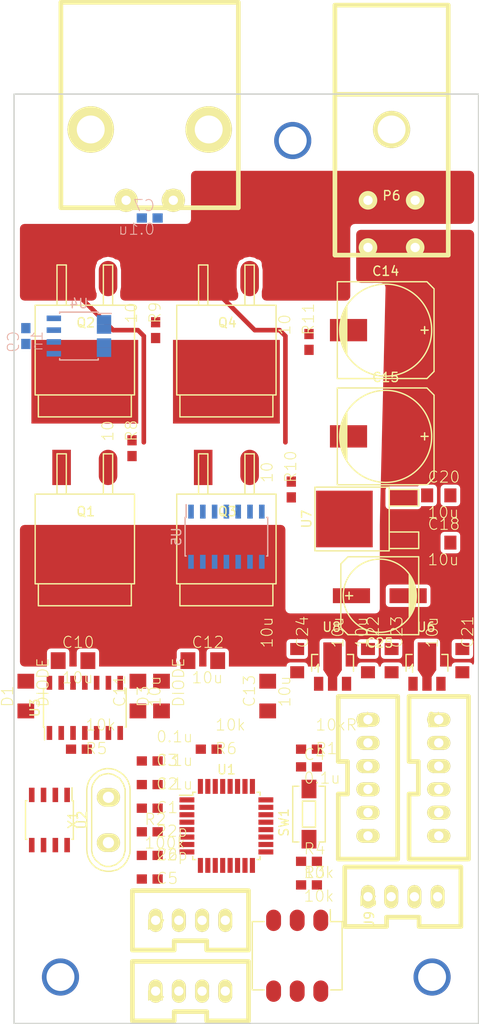
<source format=kicad_pcb>
(kicad_pcb (version 4) (host pcbnew 4.0.3-stable)

  (general
    (links 144)
    (no_connects 134)
    (area -0.075001 -0.075001 50.075001 100.075001)
    (thickness 1.6)
    (drawings 4)
    (tracks 22)
    (zones 0)
    (modules 55)
    (nets 50)
  )

  (page A4)
  (layers
    (0 F.Cu signal)
    (31 B.Cu signal)
    (32 B.Adhes user)
    (33 F.Adhes user)
    (34 B.Paste user)
    (35 F.Paste user)
    (36 B.SilkS user)
    (37 F.SilkS user)
    (38 B.Mask user)
    (39 F.Mask user)
    (40 Dwgs.User user)
    (41 Cmts.User user)
    (42 Eco1.User user)
    (43 Eco2.User user)
    (44 Edge.Cuts user)
    (45 Margin user)
    (46 B.CrtYd user)
    (47 F.CrtYd user)
    (48 B.Fab user)
    (49 F.Fab user)
  )

  (setup
    (last_trace_width 0.25)
    (user_trace_width 0.2)
    (user_trace_width 0.5)
    (user_trace_width 2)
    (trace_clearance 0.2)
    (zone_clearance 0.4)
    (zone_45_only no)
    (trace_min 0.2)
    (segment_width 0.2)
    (edge_width 0.15)
    (via_size 0.6)
    (via_drill 0.4)
    (via_min_size 0.2)
    (via_min_drill 0.2)
    (user_via 0.3 0.2)
    (user_via 1.2 0.8)
    (user_via 4 3)
    (uvia_size 0.3)
    (uvia_drill 0.1)
    (uvias_allowed no)
    (uvia_min_size 0.2)
    (uvia_min_drill 0.1)
    (pcb_text_width 0.3)
    (pcb_text_size 1.5 1.5)
    (mod_edge_width 0.15)
    (mod_text_size 1 1)
    (mod_text_width 0.15)
    (pad_size 1.5 2.5)
    (pad_drill 1)
    (pad_to_mask_clearance 0.2)
    (aux_axis_origin 0 0)
    (visible_elements 7FFDFFFF)
    (pcbplotparams
      (layerselection 0x00030_80000001)
      (usegerberextensions false)
      (excludeedgelayer true)
      (linewidth 0.100000)
      (plotframeref false)
      (viasonmask false)
      (mode 1)
      (useauxorigin false)
      (hpglpennumber 1)
      (hpglpenspeed 20)
      (hpglpendiameter 15)
      (hpglpenoverlay 2)
      (psnegative false)
      (psa4output false)
      (plotreference true)
      (plotvalue true)
      (plotinvisibletext false)
      (padsonsilk false)
      (subtractmaskfromsilk false)
      (outputformat 1)
      (mirror false)
      (drillshape 0)
      (scaleselection 1)
      (outputdirectory ""))
  )

  (net 0 "")
  (net 1 +3.3V)
  (net 2 GND)
  (net 3 "Net-(C4-Pad2)")
  (net 4 "Net-(C5-Pad1)")
  (net 5 "Net-(C6-Pad1)")
  (net 6 "Net-(P1-Pad4)")
  (net 7 "Net-(P1-Pad3)")
  (net 8 "Net-(C9-Pad1)")
  (net 9 "Net-(C10-Pad1)")
  (net 10 /OUT_A_CS)
  (net 11 GNDPWR)
  (net 12 "Net-(C12-Pad1)")
  (net 13 /OUT_B)
  (net 14 +BATT)
  (net 15 /GP_PS)
  (net 16 /GD_PS)
  (net 17 /SPI1_MOSI)
  (net 18 +12V)
  (net 19 +5V)
  (net 20 /ENC_A)
  (net 21 /OUT_A)
  (net 22 "Net-(Q1-PadG)")
  (net 23 "Net-(Q2-PadG)")
  (net 24 "Net-(Q3-PadG)")
  (net 25 "Net-(Q4-PadG)")
  (net 26 "Net-(R2-Pad2)")
  (net 27 "Net-(R5-Pad1)")
  (net 28 "Net-(R6-Pad1)")
  (net 29 "Net-(R8-Pad2)")
  (net 30 "Net-(R9-Pad2)")
  (net 31 "Net-(R10-Pad2)")
  (net 32 "Net-(R11-Pad2)")
  (net 33 /PWM_A)
  (net 34 /PWM_B)
  (net 35 /CAN_RX)
  (net 36 /CAN_TX)
  (net 37 /USART1_RX)
  (net 38 /USART1_TX)
  (net 39 /~SD)
  (net 40 /SPI1_NSS/LIMIT_A)
  (net 41 /SPI1_SCK/LIMIT_B)
  (net 42 /SPI1_MISO/POT)
  (net 43 /CAN_H)
  (net 44 /CAN_L)
  (net 45 /CURRENT_SENSE)
  (net 46 /ROTARY_1)
  (net 47 /ROTARY_2)
  (net 48 /ROTARY_4)
  (net 49 /ROTARY_8)

  (net_class Default "これは標準のネット クラスです。"
    (clearance 0.2)
    (trace_width 0.25)
    (via_dia 0.6)
    (via_drill 0.4)
    (uvia_dia 0.3)
    (uvia_drill 0.1)
    (add_net +12V)
    (add_net +3.3V)
    (add_net +5V)
    (add_net +BATT)
    (add_net /CAN_H)
    (add_net /CAN_L)
    (add_net /CAN_RX)
    (add_net /CAN_TX)
    (add_net /CURRENT_SENSE)
    (add_net /ENC_A)
    (add_net /GD_PS)
    (add_net /GP_PS)
    (add_net /OUT_A)
    (add_net /OUT_A_CS)
    (add_net /OUT_B)
    (add_net /PWM_A)
    (add_net /PWM_B)
    (add_net /ROTARY_1)
    (add_net /ROTARY_2)
    (add_net /ROTARY_4)
    (add_net /ROTARY_8)
    (add_net /SPI1_MISO/POT)
    (add_net /SPI1_MOSI)
    (add_net /SPI1_NSS/LIMIT_A)
    (add_net /SPI1_SCK/LIMIT_B)
    (add_net /USART1_RX)
    (add_net /USART1_TX)
    (add_net /~SD)
    (add_net GND)
    (add_net GNDPWR)
    (add_net "Net-(C10-Pad1)")
    (add_net "Net-(C12-Pad1)")
    (add_net "Net-(C4-Pad2)")
    (add_net "Net-(C5-Pad1)")
    (add_net "Net-(C6-Pad1)")
    (add_net "Net-(C9-Pad1)")
    (add_net "Net-(P1-Pad3)")
    (add_net "Net-(P1-Pad4)")
    (add_net "Net-(Q1-PadG)")
    (add_net "Net-(Q2-PadG)")
    (add_net "Net-(Q3-PadG)")
    (add_net "Net-(Q4-PadG)")
    (add_net "Net-(R10-Pad2)")
    (add_net "Net-(R11-Pad2)")
    (add_net "Net-(R2-Pad2)")
    (add_net "Net-(R5-Pad1)")
    (add_net "Net-(R6-Pad1)")
    (add_net "Net-(R8-Pad2)")
    (add_net "Net-(R9-Pad2)")
  )

  (module RP_KiCAD_Connector:D-3500D_4S placed (layer F.Cu) (tedit 57688535) (tstamp 57AC900F)
    (at 40.64 11.43 180)
    (path /57ACE829)
    (fp_text reference P6 (at 0 0.5 180) (layer F.SilkS)
      (effects (font (size 1 1) (thickness 0.15)))
    )
    (fp_text value CONN_01X04 (at 0 -0.5 180) (layer F.Fab)
      (effects (font (size 1 1) (thickness 0.15)))
    )
    (fp_line (start -6.1 11.4) (end 6.1 11.4) (layer F.SilkS) (width 0.5))
    (fp_line (start -6.1 -5.9) (end -6.1 21) (layer F.SilkS) (width 0.5))
    (fp_line (start -6.1 21) (end 6.1 21) (layer F.SilkS) (width 0.5))
    (fp_line (start 6.1 21) (end 6.1 -5.9) (layer F.SilkS) (width 0.5))
    (fp_line (start 6.1 -5.9) (end -6.1 -5.9) (layer F.SilkS) (width 0.5))
    (pad 1 thru_hole circle (at -2.54 0 180) (size 2 2) (drill 1) (layers *.Cu *.Mask F.SilkS)
      (net 11 GNDPWR))
    (pad 2 thru_hole circle (at -2.54 -5.08 180) (size 2 2) (drill 1) (layers *.Cu *.Mask F.SilkS)
      (net 14 +BATT))
    (pad 3 thru_hole circle (at 2.54 0 180) (size 2 2) (drill 1) (layers *.Cu *.Mask F.SilkS)
      (net 11 GNDPWR))
    (pad 4 thru_hole circle (at 2.54 -5.08 180) (size 2 2) (drill 1) (layers *.Cu *.Mask F.SilkS)
      (net 14 +BATT))
    (pad "" thru_hole circle (at 0 7.62 180) (size 4 4) (drill 3) (layers *.Cu *.Mask F.SilkS))
    (model conn_D3200/D-3500S_4.wrl
      (at (xyz 0 -0.85 0.25))
      (scale (xyz 4 4 4))
      (rotate (xyz -90 0 0))
    )
  )

  (module Housings_QFP:TQFP-32_7x7mm_Pitch0.8mm placed (layer F.Cu) (tedit 54130A77) (tstamp 57AB23A7)
    (at 22.86 78.74)
    (descr "32-Lead Plastic Thin Quad Flatpack (PT) - 7x7x1.0 mm Body, 2.00 mm [TQFP] (see Microchip Packaging Specification 00000049BS.pdf)")
    (tags "QFP 0.8")
    (path /57AB21B2)
    (attr smd)
    (fp_text reference U1 (at 0 -6.05) (layer F.SilkS)
      (effects (font (size 1 1) (thickness 0.15)))
    )
    (fp_text value STM32F303K8 (at 0 6.05) (layer F.Fab)
      (effects (font (size 1 1) (thickness 0.15)))
    )
    (fp_line (start -5.3 -5.3) (end -5.3 5.3) (layer F.CrtYd) (width 0.05))
    (fp_line (start 5.3 -5.3) (end 5.3 5.3) (layer F.CrtYd) (width 0.05))
    (fp_line (start -5.3 -5.3) (end 5.3 -5.3) (layer F.CrtYd) (width 0.05))
    (fp_line (start -5.3 5.3) (end 5.3 5.3) (layer F.CrtYd) (width 0.05))
    (fp_line (start -3.625 -3.625) (end -3.625 -3.3) (layer F.SilkS) (width 0.15))
    (fp_line (start 3.625 -3.625) (end 3.625 -3.3) (layer F.SilkS) (width 0.15))
    (fp_line (start 3.625 3.625) (end 3.625 3.3) (layer F.SilkS) (width 0.15))
    (fp_line (start -3.625 3.625) (end -3.625 3.3) (layer F.SilkS) (width 0.15))
    (fp_line (start -3.625 -3.625) (end -3.3 -3.625) (layer F.SilkS) (width 0.15))
    (fp_line (start -3.625 3.625) (end -3.3 3.625) (layer F.SilkS) (width 0.15))
    (fp_line (start 3.625 3.625) (end 3.3 3.625) (layer F.SilkS) (width 0.15))
    (fp_line (start 3.625 -3.625) (end 3.3 -3.625) (layer F.SilkS) (width 0.15))
    (fp_line (start -3.625 -3.3) (end -5.05 -3.3) (layer F.SilkS) (width 0.15))
    (pad 1 smd rect (at -4.25 -2.8) (size 1.6 0.55) (layers F.Cu F.Paste F.Mask)
      (net 1 +3.3V))
    (pad 2 smd rect (at -4.25 -2) (size 1.6 0.55) (layers F.Cu F.Paste F.Mask)
      (net 5 "Net-(C6-Pad1)"))
    (pad 3 smd rect (at -4.25 -1.2) (size 1.6 0.55) (layers F.Cu F.Paste F.Mask)
      (net 4 "Net-(C5-Pad1)"))
    (pad 4 smd rect (at -4.25 -0.4) (size 1.6 0.55) (layers F.Cu F.Paste F.Mask)
      (net 3 "Net-(C4-Pad2)"))
    (pad 5 smd rect (at -4.25 0.4) (size 1.6 0.55) (layers F.Cu F.Paste F.Mask)
      (net 1 +3.3V))
    (pad 6 smd rect (at -4.25 1.2) (size 1.6 0.55) (layers F.Cu F.Paste F.Mask)
      (net 45 /CURRENT_SENSE))
    (pad 7 smd rect (at -4.25 2) (size 1.6 0.55) (layers F.Cu F.Paste F.Mask))
    (pad 8 smd rect (at -4.25 2.8) (size 1.6 0.55) (layers F.Cu F.Paste F.Mask))
    (pad 9 smd rect (at -2.8 4.25 90) (size 1.6 0.55) (layers F.Cu F.Paste F.Mask))
    (pad 10 smd rect (at -2 4.25 90) (size 1.6 0.55) (layers F.Cu F.Paste F.Mask)
      (net 40 /SPI1_NSS/LIMIT_A))
    (pad 11 smd rect (at -1.2 4.25 90) (size 1.6 0.55) (layers F.Cu F.Paste F.Mask)
      (net 41 /SPI1_SCK/LIMIT_B))
    (pad 12 smd rect (at -0.4 4.25 90) (size 1.6 0.55) (layers F.Cu F.Paste F.Mask)
      (net 42 /SPI1_MISO/POT))
    (pad 13 smd rect (at 0.4 4.25 90) (size 1.6 0.55) (layers F.Cu F.Paste F.Mask)
      (net 17 /SPI1_MOSI))
    (pad 14 smd rect (at 1.2 4.25 90) (size 1.6 0.55) (layers F.Cu F.Paste F.Mask))
    (pad 15 smd rect (at 2 4.25 90) (size 1.6 0.55) (layers F.Cu F.Paste F.Mask)
      (net 46 /ROTARY_1))
    (pad 16 smd rect (at 2.8 4.25 90) (size 1.6 0.55) (layers F.Cu F.Paste F.Mask)
      (net 2 GND))
    (pad 17 smd rect (at 4.25 2.8) (size 1.6 0.55) (layers F.Cu F.Paste F.Mask)
      (net 1 +3.3V))
    (pad 18 smd rect (at 4.25 2) (size 1.6 0.55) (layers F.Cu F.Paste F.Mask)
      (net 47 /ROTARY_2))
    (pad 19 smd rect (at 4.25 1.2) (size 1.6 0.55) (layers F.Cu F.Paste F.Mask)
      (net 48 /ROTARY_4))
    (pad 20 smd rect (at 4.25 0.4) (size 1.6 0.55) (layers F.Cu F.Paste F.Mask)
      (net 49 /ROTARY_8))
    (pad 21 smd rect (at 4.25 -0.4) (size 1.6 0.55) (layers F.Cu F.Paste F.Mask)
      (net 35 /CAN_RX))
    (pad 22 smd rect (at 4.25 -1.2) (size 1.6 0.55) (layers F.Cu F.Paste F.Mask)
      (net 36 /CAN_TX))
    (pad 23 smd rect (at 4.25 -2) (size 1.6 0.55) (layers F.Cu F.Paste F.Mask)
      (net 6 "Net-(P1-Pad4)"))
    (pad 24 smd rect (at 4.25 -2.8) (size 1.6 0.55) (layers F.Cu F.Paste F.Mask)
      (net 7 "Net-(P1-Pad3)"))
    (pad 25 smd rect (at 2.8 -4.25 90) (size 1.6 0.55) (layers F.Cu F.Paste F.Mask)
      (net 33 /PWM_A))
    (pad 26 smd rect (at 2 -4.25 90) (size 1.6 0.55) (layers F.Cu F.Paste F.Mask)
      (net 34 /PWM_B))
    (pad 27 smd rect (at 1.2 -4.25 90) (size 1.6 0.55) (layers F.Cu F.Paste F.Mask)
      (net 20 /ENC_A))
    (pad 28 smd rect (at 0.4 -4.25 90) (size 1.6 0.55) (layers F.Cu F.Paste F.Mask))
    (pad 29 smd rect (at -0.4 -4.25 90) (size 1.6 0.55) (layers F.Cu F.Paste F.Mask)
      (net 38 /USART1_TX))
    (pad 30 smd rect (at -1.2 -4.25 90) (size 1.6 0.55) (layers F.Cu F.Paste F.Mask)
      (net 37 /USART1_RX))
    (pad 31 smd rect (at -2 -4.25 90) (size 1.6 0.55) (layers F.Cu F.Paste F.Mask)
      (net 2 GND))
    (pad 32 smd rect (at -2.8 -4.25 90) (size 1.6 0.55) (layers F.Cu F.Paste F.Mask)
      (net 2 GND))
    (model Housings_QFP.3dshapes/TQFP-32_7x7mm_Pitch0.8mm.wrl
      (at (xyz 0 0 0))
      (scale (xyz 1 1 1))
      (rotate (xyz 0 0 0))
    )
  )

  (module RP_KiCAD_Libs:C1608 placed (layer F.Cu) (tedit 0) (tstamp 57AB2351)
    (at 14.605 76.835 180)
    (descr <b>CAPACITOR</b>)
    (path /57AB3015)
    (fp_text reference C1 (at -0.635 -0.635 180) (layer F.SilkS)
      (effects (font (size 1.2065 1.2065) (thickness 0.1016)) (justify left bottom))
    )
    (fp_text value 0.1u (at -0.635 1.905 180) (layer F.SilkS)
      (effects (font (size 1.2065 1.2065) (thickness 0.1016)) (justify left bottom))
    )
    (fp_line (start -0.356 -0.432) (end 0.356 -0.432) (layer Dwgs.User) (width 0.1016))
    (fp_line (start -0.356 0.419) (end 0.356 0.419) (layer Dwgs.User) (width 0.1016))
    (fp_poly (pts (xy -0.8382 0.4699) (xy -0.3381 0.4699) (xy -0.3381 -0.4801) (xy -0.8382 -0.4801)) (layer Dwgs.User) (width 0))
    (fp_poly (pts (xy 0.3302 0.4699) (xy 0.8303 0.4699) (xy 0.8303 -0.4801) (xy 0.3302 -0.4801)) (layer Dwgs.User) (width 0))
    (fp_poly (pts (xy -0.1999 0.3) (xy 0.1999 0.3) (xy 0.1999 -0.3) (xy -0.1999 -0.3)) (layer F.Adhes) (width 0))
    (pad 1 smd rect (at -0.85 0 180) (size 1.1 1) (layers F.Cu F.Paste F.Mask)
      (net 1 +3.3V))
    (pad 2 smd rect (at 0.85 0 180) (size 1.1 1) (layers F.Cu F.Paste F.Mask)
      (net 2 GND))
    (model Resistors_SMD.3dshapes/R_0603.wrl
      (at (xyz 0 0 0))
      (scale (xyz 1 1 1))
      (rotate (xyz 0 0 0))
    )
  )

  (module RP_KiCAD_Libs:C1608 placed (layer F.Cu) (tedit 0) (tstamp 57AB2357)
    (at 14.605 74.295 180)
    (descr <b>CAPACITOR</b>)
    (path /57AB2E59)
    (fp_text reference C2 (at -0.635 -0.635 180) (layer F.SilkS)
      (effects (font (size 1.2065 1.2065) (thickness 0.1016)) (justify left bottom))
    )
    (fp_text value 0.1u (at -0.635 1.905 180) (layer F.SilkS)
      (effects (font (size 1.2065 1.2065) (thickness 0.1016)) (justify left bottom))
    )
    (fp_line (start -0.356 -0.432) (end 0.356 -0.432) (layer Dwgs.User) (width 0.1016))
    (fp_line (start -0.356 0.419) (end 0.356 0.419) (layer Dwgs.User) (width 0.1016))
    (fp_poly (pts (xy -0.8382 0.4699) (xy -0.3381 0.4699) (xy -0.3381 -0.4801) (xy -0.8382 -0.4801)) (layer Dwgs.User) (width 0))
    (fp_poly (pts (xy 0.3302 0.4699) (xy 0.8303 0.4699) (xy 0.8303 -0.4801) (xy 0.3302 -0.4801)) (layer Dwgs.User) (width 0))
    (fp_poly (pts (xy -0.1999 0.3) (xy 0.1999 0.3) (xy 0.1999 -0.3) (xy -0.1999 -0.3)) (layer F.Adhes) (width 0))
    (pad 1 smd rect (at -0.85 0 180) (size 1.1 1) (layers F.Cu F.Paste F.Mask)
      (net 1 +3.3V))
    (pad 2 smd rect (at 0.85 0 180) (size 1.1 1) (layers F.Cu F.Paste F.Mask)
      (net 2 GND))
    (model Resistors_SMD.3dshapes/R_0603.wrl
      (at (xyz 0 0 0))
      (scale (xyz 1 1 1))
      (rotate (xyz 0 0 0))
    )
  )

  (module RP_KiCAD_Libs:C1608 placed (layer F.Cu) (tedit 0) (tstamp 57AB235D)
    (at 14.605 71.755 180)
    (descr <b>CAPACITOR</b>)
    (path /57AB2FA9)
    (fp_text reference C3 (at -0.635 -0.635 180) (layer F.SilkS)
      (effects (font (size 1.2065 1.2065) (thickness 0.1016)) (justify left bottom))
    )
    (fp_text value 0.1u (at -0.635 1.905 180) (layer F.SilkS)
      (effects (font (size 1.2065 1.2065) (thickness 0.1016)) (justify left bottom))
    )
    (fp_line (start -0.356 -0.432) (end 0.356 -0.432) (layer Dwgs.User) (width 0.1016))
    (fp_line (start -0.356 0.419) (end 0.356 0.419) (layer Dwgs.User) (width 0.1016))
    (fp_poly (pts (xy -0.8382 0.4699) (xy -0.3381 0.4699) (xy -0.3381 -0.4801) (xy -0.8382 -0.4801)) (layer Dwgs.User) (width 0))
    (fp_poly (pts (xy 0.3302 0.4699) (xy 0.8303 0.4699) (xy 0.8303 -0.4801) (xy 0.3302 -0.4801)) (layer Dwgs.User) (width 0))
    (fp_poly (pts (xy -0.1999 0.3) (xy 0.1999 0.3) (xy 0.1999 -0.3) (xy -0.1999 -0.3)) (layer F.Adhes) (width 0))
    (pad 1 smd rect (at -0.85 0 180) (size 1.1 1) (layers F.Cu F.Paste F.Mask)
      (net 1 +3.3V))
    (pad 2 smd rect (at 0.85 0 180) (size 1.1 1) (layers F.Cu F.Paste F.Mask)
      (net 2 GND))
    (model Resistors_SMD.3dshapes/R_0603.wrl
      (at (xyz 0 0 0))
      (scale (xyz 1 1 1))
      (rotate (xyz 0 0 0))
    )
  )

  (module RP_KiCAD_Libs:C1608 placed (layer F.Cu) (tedit 0) (tstamp 57AB2363)
    (at 31.75 72.39)
    (descr <b>CAPACITOR</b>)
    (path /57AB273C)
    (fp_text reference C4 (at -0.635 -0.635) (layer F.SilkS)
      (effects (font (size 1.2065 1.2065) (thickness 0.1016)) (justify left bottom))
    )
    (fp_text value 0.1u (at -0.635 1.905) (layer F.SilkS)
      (effects (font (size 1.2065 1.2065) (thickness 0.1016)) (justify left bottom))
    )
    (fp_line (start -0.356 -0.432) (end 0.356 -0.432) (layer Dwgs.User) (width 0.1016))
    (fp_line (start -0.356 0.419) (end 0.356 0.419) (layer Dwgs.User) (width 0.1016))
    (fp_poly (pts (xy -0.8382 0.4699) (xy -0.3381 0.4699) (xy -0.3381 -0.4801) (xy -0.8382 -0.4801)) (layer Dwgs.User) (width 0))
    (fp_poly (pts (xy 0.3302 0.4699) (xy 0.8303 0.4699) (xy 0.8303 -0.4801) (xy 0.3302 -0.4801)) (layer Dwgs.User) (width 0))
    (fp_poly (pts (xy -0.1999 0.3) (xy 0.1999 0.3) (xy 0.1999 -0.3) (xy -0.1999 -0.3)) (layer F.Adhes) (width 0))
    (pad 1 smd rect (at -0.85 0) (size 1.1 1) (layers F.Cu F.Paste F.Mask)
      (net 2 GND))
    (pad 2 smd rect (at 0.85 0) (size 1.1 1) (layers F.Cu F.Paste F.Mask)
      (net 3 "Net-(C4-Pad2)"))
    (model Resistors_SMD.3dshapes/R_0603.wrl
      (at (xyz 0 0 0))
      (scale (xyz 1 1 1))
      (rotate (xyz 0 0 0))
    )
  )

  (module RP_KiCAD_Libs:C1608 placed (layer F.Cu) (tedit 0) (tstamp 57AB2369)
    (at 14.605 84.455 180)
    (descr <b>CAPACITOR</b>)
    (path /57AB228E)
    (fp_text reference C5 (at -0.635 -0.635 180) (layer F.SilkS)
      (effects (font (size 1.2065 1.2065) (thickness 0.1016)) (justify left bottom))
    )
    (fp_text value 22p (at -0.635 1.905 180) (layer F.SilkS)
      (effects (font (size 1.2065 1.2065) (thickness 0.1016)) (justify left bottom))
    )
    (fp_line (start -0.356 -0.432) (end 0.356 -0.432) (layer Dwgs.User) (width 0.1016))
    (fp_line (start -0.356 0.419) (end 0.356 0.419) (layer Dwgs.User) (width 0.1016))
    (fp_poly (pts (xy -0.8382 0.4699) (xy -0.3381 0.4699) (xy -0.3381 -0.4801) (xy -0.8382 -0.4801)) (layer Dwgs.User) (width 0))
    (fp_poly (pts (xy 0.3302 0.4699) (xy 0.8303 0.4699) (xy 0.8303 -0.4801) (xy 0.3302 -0.4801)) (layer Dwgs.User) (width 0))
    (fp_poly (pts (xy -0.1999 0.3) (xy 0.1999 0.3) (xy 0.1999 -0.3) (xy -0.1999 -0.3)) (layer F.Adhes) (width 0))
    (pad 1 smd rect (at -0.85 0 180) (size 1.1 1) (layers F.Cu F.Paste F.Mask)
      (net 4 "Net-(C5-Pad1)"))
    (pad 2 smd rect (at 0.85 0 180) (size 1.1 1) (layers F.Cu F.Paste F.Mask)
      (net 2 GND))
    (model Resistors_SMD.3dshapes/R_0603.wrl
      (at (xyz 0 0 0))
      (scale (xyz 1 1 1))
      (rotate (xyz 0 0 0))
    )
  )

  (module RP_KiCAD_Libs:C1608 placed (layer F.Cu) (tedit 0) (tstamp 57AB236F)
    (at 14.605 81.915 180)
    (descr <b>CAPACITOR</b>)
    (path /57AB22D5)
    (fp_text reference C6 (at -0.635 -0.635 180) (layer F.SilkS)
      (effects (font (size 1.2065 1.2065) (thickness 0.1016)) (justify left bottom))
    )
    (fp_text value 22p (at -0.635 1.905 180) (layer F.SilkS)
      (effects (font (size 1.2065 1.2065) (thickness 0.1016)) (justify left bottom))
    )
    (fp_line (start -0.356 -0.432) (end 0.356 -0.432) (layer Dwgs.User) (width 0.1016))
    (fp_line (start -0.356 0.419) (end 0.356 0.419) (layer Dwgs.User) (width 0.1016))
    (fp_poly (pts (xy -0.8382 0.4699) (xy -0.3381 0.4699) (xy -0.3381 -0.4801) (xy -0.8382 -0.4801)) (layer Dwgs.User) (width 0))
    (fp_poly (pts (xy 0.3302 0.4699) (xy 0.8303 0.4699) (xy 0.8303 -0.4801) (xy 0.3302 -0.4801)) (layer Dwgs.User) (width 0))
    (fp_poly (pts (xy -0.1999 0.3) (xy 0.1999 0.3) (xy 0.1999 -0.3) (xy -0.1999 -0.3)) (layer F.Adhes) (width 0))
    (pad 1 smd rect (at -0.85 0 180) (size 1.1 1) (layers F.Cu F.Paste F.Mask)
      (net 5 "Net-(C6-Pad1)"))
    (pad 2 smd rect (at 0.85 0 180) (size 1.1 1) (layers F.Cu F.Paste F.Mask)
      (net 2 GND))
    (model Resistors_SMD.3dshapes/R_0603.wrl
      (at (xyz 0 0 0))
      (scale (xyz 1 1 1))
      (rotate (xyz 0 0 0))
    )
  )

  (module RP_KiCAD_Libs:C1608 placed (layer F.Cu) (tedit 0) (tstamp 57AB237D)
    (at 31.75 70.485 180)
    (descr <b>CAPACITOR</b>)
    (path /57AB2562)
    (fp_text reference R1 (at -0.635 -0.635 180) (layer F.SilkS)
      (effects (font (size 1.2065 1.2065) (thickness 0.1016)) (justify left bottom))
    )
    (fp_text value 10kR (at -0.635 1.905 180) (layer F.SilkS)
      (effects (font (size 1.2065 1.2065) (thickness 0.1016)) (justify left bottom))
    )
    (fp_line (start -0.356 -0.432) (end 0.356 -0.432) (layer Dwgs.User) (width 0.1016))
    (fp_line (start -0.356 0.419) (end 0.356 0.419) (layer Dwgs.User) (width 0.1016))
    (fp_poly (pts (xy -0.8382 0.4699) (xy -0.3381 0.4699) (xy -0.3381 -0.4801) (xy -0.8382 -0.4801)) (layer Dwgs.User) (width 0))
    (fp_poly (pts (xy 0.3302 0.4699) (xy 0.8303 0.4699) (xy 0.8303 -0.4801) (xy 0.3302 -0.4801)) (layer Dwgs.User) (width 0))
    (fp_poly (pts (xy -0.1999 0.3) (xy 0.1999 0.3) (xy 0.1999 -0.3) (xy -0.1999 -0.3)) (layer F.Adhes) (width 0))
    (pad 1 smd rect (at -0.85 0 180) (size 1.1 1) (layers F.Cu F.Paste F.Mask)
      (net 3 "Net-(C4-Pad2)"))
    (pad 2 smd rect (at 0.85 0 180) (size 1.1 1) (layers F.Cu F.Paste F.Mask)
      (net 1 +3.3V))
    (model Resistors_SMD.3dshapes/R_0603.wrl
      (at (xyz 0 0 0))
      (scale (xyz 1 1 1))
      (rotate (xyz 0 0 0))
    )
  )

  (module Buttons_Switches_SMD:SW_SPST_EVQPE1 placed (layer F.Cu) (tedit 55DB43C0) (tstamp 57AB2383)
    (at 31.75 77.47 90)
    (descr "Light Touch Switch")
    (path /57AB2681)
    (attr smd)
    (fp_text reference SW1 (at -0.9 -2.7 90) (layer F.SilkS)
      (effects (font (size 1 1) (thickness 0.15)))
    )
    (fp_text value SW_PUSH (at 0 0 90) (layer F.Fab)
      (effects (font (size 1 1) (thickness 0.15)))
    )
    (fp_line (start -1.4 -0.7) (end 1.4 -0.7) (layer F.SilkS) (width 0.15))
    (fp_line (start 1.4 -0.7) (end 1.4 0.7) (layer F.SilkS) (width 0.15))
    (fp_line (start 1.4 0.7) (end -1.4 0.7) (layer F.SilkS) (width 0.15))
    (fp_line (start -1.4 0.7) (end -1.4 -0.7) (layer F.SilkS) (width 0.15))
    (fp_line (start -3.95 -2) (end 3.95 -2) (layer F.CrtYd) (width 0.05))
    (fp_line (start 3.95 -2) (end 3.95 2) (layer F.CrtYd) (width 0.05))
    (fp_line (start 3.95 2) (end -3.95 2) (layer F.CrtYd) (width 0.05))
    (fp_line (start -3.95 2) (end -3.95 -2) (layer F.CrtYd) (width 0.05))
    (fp_line (start 3 -1.75) (end 3 -1.1) (layer F.SilkS) (width 0.15))
    (fp_line (start 3 1.75) (end 3 1.1) (layer F.SilkS) (width 0.15))
    (fp_line (start -3 1.1) (end -3 1.75) (layer F.SilkS) (width 0.15))
    (fp_line (start -3 -1.75) (end -3 -1.1) (layer F.SilkS) (width 0.15))
    (fp_line (start 3 -1.75) (end -3 -1.75) (layer F.SilkS) (width 0.15))
    (fp_line (start -3 1.75) (end 3 1.75) (layer F.SilkS) (width 0.15))
    (pad 2 smd rect (at 2.7 0 90) (size 2 1.6) (layers F.Cu F.Paste F.Mask)
      (net 3 "Net-(C4-Pad2)"))
    (pad 1 smd rect (at -2.7 0 90) (size 2 1.6) (layers F.Cu F.Paste F.Mask)
      (net 2 GND))
  )

  (module Crystals:Crystal_HC50-U_Vertical placed (layer F.Cu) (tedit 0) (tstamp 57AB23AD)
    (at 10.16 78.105 90)
    (descr "Crystal, Quarz, HC50/U, vertical, stehend,")
    (tags "Crystal, Quarz, HC50/U, vertical, stehend,")
    (path /57AB2209)
    (fp_text reference X1 (at 0 -3.81 90) (layer F.SilkS)
      (effects (font (size 1 1) (thickness 0.15)))
    )
    (fp_text value CRYSTAL (at 0 3.81 90) (layer F.Fab)
      (effects (font (size 1 1) (thickness 0.15)))
    )
    (fp_line (start 4.699 -1.00076) (end 4.89966 -0.59944) (layer F.SilkS) (width 0.15))
    (fp_line (start 4.89966 -0.59944) (end 5.00126 0) (layer F.SilkS) (width 0.15))
    (fp_line (start 5.00126 0) (end 4.89966 0.50038) (layer F.SilkS) (width 0.15))
    (fp_line (start 4.89966 0.50038) (end 4.50088 1.19888) (layer F.SilkS) (width 0.15))
    (fp_line (start 4.50088 1.19888) (end 3.8989 1.6002) (layer F.SilkS) (width 0.15))
    (fp_line (start 3.8989 1.6002) (end 3.29946 1.80086) (layer F.SilkS) (width 0.15))
    (fp_line (start 3.29946 1.80086) (end -3.29946 1.80086) (layer F.SilkS) (width 0.15))
    (fp_line (start -3.29946 1.80086) (end -4.0005 1.6002) (layer F.SilkS) (width 0.15))
    (fp_line (start -4.0005 1.6002) (end -4.39928 1.30048) (layer F.SilkS) (width 0.15))
    (fp_line (start -4.39928 1.30048) (end -4.8006 0.8001) (layer F.SilkS) (width 0.15))
    (fp_line (start -4.8006 0.8001) (end -5.00126 0.20066) (layer F.SilkS) (width 0.15))
    (fp_line (start -5.00126 0.20066) (end -5.00126 -0.29972) (layer F.SilkS) (width 0.15))
    (fp_line (start -5.00126 -0.29972) (end -4.8006 -0.8001) (layer F.SilkS) (width 0.15))
    (fp_line (start -4.8006 -0.8001) (end -4.30022 -1.39954) (layer F.SilkS) (width 0.15))
    (fp_line (start -4.30022 -1.39954) (end -3.79984 -1.69926) (layer F.SilkS) (width 0.15))
    (fp_line (start -3.79984 -1.69926) (end -3.29946 -1.80086) (layer F.SilkS) (width 0.15))
    (fp_line (start -3.2004 -1.80086) (end 3.40106 -1.80086) (layer F.SilkS) (width 0.15))
    (fp_line (start 3.40106 -1.80086) (end 3.79984 -1.69926) (layer F.SilkS) (width 0.15))
    (fp_line (start 3.79984 -1.69926) (end 4.30022 -1.39954) (layer F.SilkS) (width 0.15))
    (fp_line (start 4.30022 -1.39954) (end 4.8006 -0.89916) (layer F.SilkS) (width 0.15))
    (fp_line (start -3.19024 -2.32918) (end -3.64998 -2.28092) (layer F.SilkS) (width 0.15))
    (fp_line (start -3.64998 -2.28092) (end -4.04876 -2.16916) (layer F.SilkS) (width 0.15))
    (fp_line (start -4.04876 -2.16916) (end -4.48056 -1.95072) (layer F.SilkS) (width 0.15))
    (fp_line (start -4.48056 -1.95072) (end -4.77012 -1.71958) (layer F.SilkS) (width 0.15))
    (fp_line (start -4.77012 -1.71958) (end -5.10032 -1.36906) (layer F.SilkS) (width 0.15))
    (fp_line (start -5.10032 -1.36906) (end -5.38988 -0.83058) (layer F.SilkS) (width 0.15))
    (fp_line (start -5.38988 -0.83058) (end -5.51942 -0.23114) (layer F.SilkS) (width 0.15))
    (fp_line (start -5.51942 -0.23114) (end -5.51942 0.2794) (layer F.SilkS) (width 0.15))
    (fp_line (start -5.51942 0.2794) (end -5.34924 0.98044) (layer F.SilkS) (width 0.15))
    (fp_line (start -5.34924 0.98044) (end -4.95046 1.56972) (layer F.SilkS) (width 0.15))
    (fp_line (start -4.95046 1.56972) (end -4.49072 1.94056) (layer F.SilkS) (width 0.15))
    (fp_line (start -4.49072 1.94056) (end -4.06908 2.14884) (layer F.SilkS) (width 0.15))
    (fp_line (start -4.06908 2.14884) (end -3.6195 2.30886) (layer F.SilkS) (width 0.15))
    (fp_line (start -3.6195 2.30886) (end -3.18008 2.33934) (layer F.SilkS) (width 0.15))
    (fp_line (start 4.16052 2.1209) (end 4.53898 1.89992) (layer F.SilkS) (width 0.15))
    (fp_line (start 4.53898 1.89992) (end 4.85902 1.62052) (layer F.SilkS) (width 0.15))
    (fp_line (start 4.85902 1.62052) (end 5.11048 1.29032) (layer F.SilkS) (width 0.15))
    (fp_line (start 5.11048 1.29032) (end 5.4102 0.73914) (layer F.SilkS) (width 0.15))
    (fp_line (start 5.4102 0.73914) (end 5.51942 0.26924) (layer F.SilkS) (width 0.15))
    (fp_line (start 5.51942 0.26924) (end 5.53974 -0.1905) (layer F.SilkS) (width 0.15))
    (fp_line (start 5.53974 -0.1905) (end 5.45084 -0.65024) (layer F.SilkS) (width 0.15))
    (fp_line (start 5.45084 -0.65024) (end 5.26034 -1.09982) (layer F.SilkS) (width 0.15))
    (fp_line (start 5.26034 -1.09982) (end 4.89966 -1.56972) (layer F.SilkS) (width 0.15))
    (fp_line (start 4.89966 -1.56972) (end 4.54914 -1.88976) (layer F.SilkS) (width 0.15))
    (fp_line (start 4.54914 -1.88976) (end 4.16052 -2.1209) (layer F.SilkS) (width 0.15))
    (fp_line (start 4.16052 -2.1209) (end 3.73126 -2.2606) (layer F.SilkS) (width 0.15))
    (fp_line (start 3.73126 -2.2606) (end 3.2893 -2.32918) (layer F.SilkS) (width 0.15))
    (fp_line (start -3.2004 2.32918) (end 3.2512 2.32918) (layer F.SilkS) (width 0.15))
    (fp_line (start 3.2512 2.32918) (end 3.6703 2.29108) (layer F.SilkS) (width 0.15))
    (fp_line (start 3.6703 2.29108) (end 4.16052 2.1209) (layer F.SilkS) (width 0.15))
    (fp_line (start -3.2004 -2.32918) (end 3.2512 -2.32918) (layer F.SilkS) (width 0.15))
    (pad 1 thru_hole oval (at -2.44094 0 90) (size 1.99898 2.49936) (drill 1.19888) (layers *.Cu *.Mask F.SilkS)
      (net 4 "Net-(C5-Pad1)"))
    (pad 2 thru_hole oval (at 2.44094 0 90) (size 1.99898 2.49936) (drill 1.19888) (layers *.Cu *.Mask F.SilkS)
      (net 5 "Net-(C6-Pad1)"))
  )

  (module RP_KiCAD_Libs:C1608 placed (layer B.Cu) (tedit 0) (tstamp 57AC8EFC)
    (at 1.27 26.035 270)
    (descr <b>CAPACITOR</b>)
    (path /57ACC051)
    (fp_text reference C9 (at -0.635 0.635 270) (layer B.SilkS)
      (effects (font (size 1.2065 1.2065) (thickness 0.1016)) (justify left bottom mirror))
    )
    (fp_text value 1n (at -0.635 -1.905 270) (layer B.SilkS)
      (effects (font (size 1.2065 1.2065) (thickness 0.1016)) (justify left bottom mirror))
    )
    (fp_line (start -0.356 0.432) (end 0.356 0.432) (layer Dwgs.User) (width 0.1016))
    (fp_line (start -0.356 -0.419) (end 0.356 -0.419) (layer Dwgs.User) (width 0.1016))
    (fp_poly (pts (xy -0.8382 -0.4699) (xy -0.3381 -0.4699) (xy -0.3381 0.4801) (xy -0.8382 0.4801)) (layer Dwgs.User) (width 0))
    (fp_poly (pts (xy 0.3302 -0.4699) (xy 0.8303 -0.4699) (xy 0.8303 0.4801) (xy 0.3302 0.4801)) (layer Dwgs.User) (width 0))
    (fp_poly (pts (xy -0.1999 -0.3) (xy 0.1999 -0.3) (xy 0.1999 0.3) (xy -0.1999 0.3)) (layer B.Adhes) (width 0))
    (pad 1 smd rect (at -0.85 0 270) (size 1.1 1) (layers B.Cu B.Paste B.Mask)
      (net 8 "Net-(C9-Pad1)"))
    (pad 2 smd rect (at 0.85 0 270) (size 1.1 1) (layers B.Cu B.Paste B.Mask)
      (net 2 GND))
    (model Resistors_SMD.3dshapes/R_0603.wrl
      (at (xyz 0 0 0))
      (scale (xyz 1 1 1))
      (rotate (xyz 0 0 0))
    )
  )

  (module RP_KiCAD_Libs:C3216 placed (layer F.Cu) (tedit 0) (tstamp 57AC8F07)
    (at 6.35 60.96)
    (descr <b>CAPACITOR</b>)
    (path /57AC859C)
    (fp_text reference C10 (at -1.27 -1.27) (layer F.SilkS)
      (effects (font (size 1.2065 1.2065) (thickness 0.1016)) (justify left bottom))
    )
    (fp_text value 10u (at -1.27 2.54) (layer F.SilkS)
      (effects (font (size 1.2065 1.2065) (thickness 0.1016)) (justify left bottom))
    )
    (fp_line (start -0.965 -0.787) (end 0.965 -0.787) (layer Dwgs.User) (width 0.1016))
    (fp_line (start -0.965 0.787) (end 0.965 0.787) (layer Dwgs.User) (width 0.1016))
    (fp_poly (pts (xy -1.7018 0.8509) (xy -0.9517 0.8509) (xy -0.9517 -0.8491) (xy -1.7018 -0.8491)) (layer Dwgs.User) (width 0))
    (fp_poly (pts (xy 0.9517 0.8491) (xy 1.7018 0.8491) (xy 1.7018 -0.8509) (xy 0.9517 -0.8509)) (layer Dwgs.User) (width 0))
    (fp_poly (pts (xy -0.3 0.5001) (xy 0.3 0.5001) (xy 0.3 -0.5001) (xy -0.3 -0.5001)) (layer F.Adhes) (width 0))
    (pad 1 smd rect (at -1.6 0) (size 1.6 1.8) (layers F.Cu F.Paste F.Mask)
      (net 9 "Net-(C10-Pad1)"))
    (pad 2 smd rect (at 1.6 0) (size 1.6 1.8) (layers F.Cu F.Paste F.Mask)
      (net 10 /OUT_A_CS))
    (model Resistors_SMD.3dshapes/R_1206.wrl
      (at (xyz 0 0 0))
      (scale (xyz 1 1 1))
      (rotate (xyz 0 0 0))
    )
  )

  (module RP_KiCAD_Libs:C3216 placed (layer F.Cu) (tedit 0) (tstamp 57AC8F12)
    (at 13.335 64.77 90)
    (descr <b>CAPACITOR</b>)
    (path /57AC8738)
    (fp_text reference C11 (at -1.27 -1.27 90) (layer F.SilkS)
      (effects (font (size 1.2065 1.2065) (thickness 0.1016)) (justify left bottom))
    )
    (fp_text value 10u (at -1.27 2.54 90) (layer F.SilkS)
      (effects (font (size 1.2065 1.2065) (thickness 0.1016)) (justify left bottom))
    )
    (fp_line (start -0.965 -0.787) (end 0.965 -0.787) (layer Dwgs.User) (width 0.1016))
    (fp_line (start -0.965 0.787) (end 0.965 0.787) (layer Dwgs.User) (width 0.1016))
    (fp_poly (pts (xy -1.7018 0.8509) (xy -0.9517 0.8509) (xy -0.9517 -0.8491) (xy -1.7018 -0.8491)) (layer Dwgs.User) (width 0))
    (fp_poly (pts (xy 0.9517 0.8491) (xy 1.7018 0.8491) (xy 1.7018 -0.8509) (xy 0.9517 -0.8509)) (layer Dwgs.User) (width 0))
    (fp_poly (pts (xy -0.3 0.5001) (xy 0.3 0.5001) (xy 0.3 -0.5001) (xy -0.3 -0.5001)) (layer F.Adhes) (width 0))
    (pad 1 smd rect (at -1.6 0 90) (size 1.6 1.8) (layers F.Cu F.Paste F.Mask)
      (net 16 /GD_PS))
    (pad 2 smd rect (at 1.6 0 90) (size 1.6 1.8) (layers F.Cu F.Paste F.Mask)
      (net 11 GNDPWR))
    (model Resistors_SMD.3dshapes/R_1206.wrl
      (at (xyz 0 0 0))
      (scale (xyz 1 1 1))
      (rotate (xyz 0 0 0))
    )
  )

  (module RP_KiCAD_Libs:C3216 placed (layer F.Cu) (tedit 0) (tstamp 57AC8F1D)
    (at 20.32 60.96)
    (descr <b>CAPACITOR</b>)
    (path /57ACCB9D)
    (fp_text reference C12 (at -1.27 -1.27) (layer F.SilkS)
      (effects (font (size 1.2065 1.2065) (thickness 0.1016)) (justify left bottom))
    )
    (fp_text value 10u (at -1.27 2.54) (layer F.SilkS)
      (effects (font (size 1.2065 1.2065) (thickness 0.1016)) (justify left bottom))
    )
    (fp_line (start -0.965 -0.787) (end 0.965 -0.787) (layer Dwgs.User) (width 0.1016))
    (fp_line (start -0.965 0.787) (end 0.965 0.787) (layer Dwgs.User) (width 0.1016))
    (fp_poly (pts (xy -1.7018 0.8509) (xy -0.9517 0.8509) (xy -0.9517 -0.8491) (xy -1.7018 -0.8491)) (layer Dwgs.User) (width 0))
    (fp_poly (pts (xy 0.9517 0.8491) (xy 1.7018 0.8491) (xy 1.7018 -0.8509) (xy 0.9517 -0.8509)) (layer Dwgs.User) (width 0))
    (fp_poly (pts (xy -0.3 0.5001) (xy 0.3 0.5001) (xy 0.3 -0.5001) (xy -0.3 -0.5001)) (layer F.Adhes) (width 0))
    (pad 1 smd rect (at -1.6 0) (size 1.6 1.8) (layers F.Cu F.Paste F.Mask)
      (net 12 "Net-(C12-Pad1)"))
    (pad 2 smd rect (at 1.6 0) (size 1.6 1.8) (layers F.Cu F.Paste F.Mask)
      (net 13 /OUT_B))
    (model Resistors_SMD.3dshapes/R_1206.wrl
      (at (xyz 0 0 0))
      (scale (xyz 1 1 1))
      (rotate (xyz 0 0 0))
    )
  )

  (module RP_KiCAD_Libs:C3216 placed (layer F.Cu) (tedit 0) (tstamp 57AC8F28)
    (at 27.305 64.77 90)
    (descr <b>CAPACITOR</b>)
    (path /57ACCBA3)
    (fp_text reference C13 (at -1.27 -1.27 90) (layer F.SilkS)
      (effects (font (size 1.2065 1.2065) (thickness 0.1016)) (justify left bottom))
    )
    (fp_text value 10u (at -1.27 2.54 90) (layer F.SilkS)
      (effects (font (size 1.2065 1.2065) (thickness 0.1016)) (justify left bottom))
    )
    (fp_line (start -0.965 -0.787) (end 0.965 -0.787) (layer Dwgs.User) (width 0.1016))
    (fp_line (start -0.965 0.787) (end 0.965 0.787) (layer Dwgs.User) (width 0.1016))
    (fp_poly (pts (xy -1.7018 0.8509) (xy -0.9517 0.8509) (xy -0.9517 -0.8491) (xy -1.7018 -0.8491)) (layer Dwgs.User) (width 0))
    (fp_poly (pts (xy 0.9517 0.8491) (xy 1.7018 0.8491) (xy 1.7018 -0.8509) (xy 0.9517 -0.8509)) (layer Dwgs.User) (width 0))
    (fp_poly (pts (xy -0.3 0.5001) (xy 0.3 0.5001) (xy 0.3 -0.5001) (xy -0.3 -0.5001)) (layer F.Adhes) (width 0))
    (pad 1 smd rect (at -1.6 0 90) (size 1.6 1.8) (layers F.Cu F.Paste F.Mask)
      (net 16 /GD_PS))
    (pad 2 smd rect (at 1.6 0 90) (size 1.6 1.8) (layers F.Cu F.Paste F.Mask)
      (net 11 GNDPWR))
    (model Resistors_SMD.3dshapes/R_1206.wrl
      (at (xyz 0 0 0))
      (scale (xyz 1 1 1))
      (rotate (xyz 0 0 0))
    )
  )

  (module Capacitors_SMD:c_elec_10x10.5 placed (layer F.Cu) (tedit 557297E9) (tstamp 57AC8F2E)
    (at 40.005 25.4)
    (descr "SMT capacitor, aluminium electrolytic, 10x10.5")
    (path /57ADEC7C)
    (attr smd)
    (fp_text reference C14 (at 0 -6.35) (layer F.SilkS)
      (effects (font (size 1 1) (thickness 0.15)))
    )
    (fp_text value 470u (at 0 6.35) (layer F.Fab)
      (effects (font (size 1 1) (thickness 0.15)))
    )
    (fp_line (start -6.35 -5.6) (end 6.35 -5.6) (layer F.CrtYd) (width 0.05))
    (fp_line (start 6.35 -5.6) (end 6.35 5.6) (layer F.CrtYd) (width 0.05))
    (fp_line (start 6.35 5.6) (end -6.35 5.6) (layer F.CrtYd) (width 0.05))
    (fp_line (start -6.35 5.6) (end -6.35 -5.6) (layer F.CrtYd) (width 0.05))
    (fp_line (start -4.826 1.016) (end -4.826 -1.016) (layer F.SilkS) (width 0.15))
    (fp_line (start -4.699 -1.397) (end -4.699 1.524) (layer F.SilkS) (width 0.15))
    (fp_line (start -4.572 1.778) (end -4.572 -1.778) (layer F.SilkS) (width 0.15))
    (fp_line (start -4.445 -2.159) (end -4.445 2.159) (layer F.SilkS) (width 0.15))
    (fp_line (start -4.318 2.413) (end -4.318 -2.413) (layer F.SilkS) (width 0.15))
    (fp_line (start -4.191 -2.54) (end -4.191 2.54) (layer F.SilkS) (width 0.15))
    (fp_line (start -5.207 -5.207) (end -5.207 5.207) (layer F.SilkS) (width 0.15))
    (fp_line (start -5.207 5.207) (end 4.445 5.207) (layer F.SilkS) (width 0.15))
    (fp_line (start 4.445 5.207) (end 5.207 4.445) (layer F.SilkS) (width 0.15))
    (fp_line (start 5.207 4.445) (end 5.207 -4.445) (layer F.SilkS) (width 0.15))
    (fp_line (start 5.207 -4.445) (end 4.445 -5.207) (layer F.SilkS) (width 0.15))
    (fp_line (start 4.445 -5.207) (end -5.207 -5.207) (layer F.SilkS) (width 0.15))
    (fp_line (start 4.572 0) (end 3.81 0) (layer F.SilkS) (width 0.15))
    (fp_line (start 4.191 -0.381) (end 4.191 0.381) (layer F.SilkS) (width 0.15))
    (fp_circle (center 0 0) (end 4.953 0) (layer F.SilkS) (width 0.15))
    (pad 1 smd rect (at 4.0005 0) (size 4.0005 2.4003) (layers F.Cu F.Paste F.Mask)
      (net 14 +BATT))
    (pad 2 smd rect (at -4.0005 0) (size 4.0005 2.4003) (layers F.Cu F.Paste F.Mask)
      (net 11 GNDPWR))
    (model Capacitors_SMD.3dshapes/c_elec_10x10.5.wrl
      (at (xyz 0 0 0))
      (scale (xyz 1 1 1))
      (rotate (xyz 0 0 0))
    )
  )

  (module Capacitors_SMD:c_elec_10x10.5 placed (layer F.Cu) (tedit 557297E9) (tstamp 57AC8F34)
    (at 40.005 36.83)
    (descr "SMT capacitor, aluminium electrolytic, 10x10.5")
    (path /57ADEFCB)
    (attr smd)
    (fp_text reference C15 (at 0 -6.35) (layer F.SilkS)
      (effects (font (size 1 1) (thickness 0.15)))
    )
    (fp_text value 470u (at 0 6.35) (layer F.Fab)
      (effects (font (size 1 1) (thickness 0.15)))
    )
    (fp_line (start -6.35 -5.6) (end 6.35 -5.6) (layer F.CrtYd) (width 0.05))
    (fp_line (start 6.35 -5.6) (end 6.35 5.6) (layer F.CrtYd) (width 0.05))
    (fp_line (start 6.35 5.6) (end -6.35 5.6) (layer F.CrtYd) (width 0.05))
    (fp_line (start -6.35 5.6) (end -6.35 -5.6) (layer F.CrtYd) (width 0.05))
    (fp_line (start -4.826 1.016) (end -4.826 -1.016) (layer F.SilkS) (width 0.15))
    (fp_line (start -4.699 -1.397) (end -4.699 1.524) (layer F.SilkS) (width 0.15))
    (fp_line (start -4.572 1.778) (end -4.572 -1.778) (layer F.SilkS) (width 0.15))
    (fp_line (start -4.445 -2.159) (end -4.445 2.159) (layer F.SilkS) (width 0.15))
    (fp_line (start -4.318 2.413) (end -4.318 -2.413) (layer F.SilkS) (width 0.15))
    (fp_line (start -4.191 -2.54) (end -4.191 2.54) (layer F.SilkS) (width 0.15))
    (fp_line (start -5.207 -5.207) (end -5.207 5.207) (layer F.SilkS) (width 0.15))
    (fp_line (start -5.207 5.207) (end 4.445 5.207) (layer F.SilkS) (width 0.15))
    (fp_line (start 4.445 5.207) (end 5.207 4.445) (layer F.SilkS) (width 0.15))
    (fp_line (start 5.207 4.445) (end 5.207 -4.445) (layer F.SilkS) (width 0.15))
    (fp_line (start 5.207 -4.445) (end 4.445 -5.207) (layer F.SilkS) (width 0.15))
    (fp_line (start 4.445 -5.207) (end -5.207 -5.207) (layer F.SilkS) (width 0.15))
    (fp_line (start 4.572 0) (end 3.81 0) (layer F.SilkS) (width 0.15))
    (fp_line (start 4.191 -0.381) (end 4.191 0.381) (layer F.SilkS) (width 0.15))
    (fp_circle (center 0 0) (end 4.953 0) (layer F.SilkS) (width 0.15))
    (pad 1 smd rect (at 4.0005 0) (size 4.0005 2.4003) (layers F.Cu F.Paste F.Mask)
      (net 14 +BATT))
    (pad 2 smd rect (at -4.0005 0) (size 4.0005 2.4003) (layers F.Cu F.Paste F.Mask)
      (net 11 GNDPWR))
    (model Capacitors_SMD.3dshapes/c_elec_10x10.5.wrl
      (at (xyz 0 0 0))
      (scale (xyz 1 1 1))
      (rotate (xyz 0 0 0))
    )
  )

  (module RP_KiCAD_Libs:C2012 placed (layer F.Cu) (tedit 0) (tstamp 57AC8F55)
    (at 45.72 48.26)
    (descr <b>CAPACITOR</b>)
    (path /57B04E99)
    (fp_text reference C18 (at -1.27 -1.27) (layer F.SilkS)
      (effects (font (size 1.2065 1.2065) (thickness 0.1016)) (justify left bottom))
    )
    (fp_text value 10u (at -1.27 2.54) (layer F.SilkS)
      (effects (font (size 1.2065 1.2065) (thickness 0.1016)) (justify left bottom))
    )
    (fp_line (start -0.381 -0.66) (end 0.381 -0.66) (layer Dwgs.User) (width 0.1016))
    (fp_line (start -0.356 0.66) (end 0.381 0.66) (layer Dwgs.User) (width 0.1016))
    (fp_poly (pts (xy -1.0922 0.7239) (xy -0.3421 0.7239) (xy -0.3421 -0.7262) (xy -1.0922 -0.7262)) (layer Dwgs.User) (width 0))
    (fp_poly (pts (xy 0.3556 0.7239) (xy 1.1057 0.7239) (xy 1.1057 -0.7262) (xy 0.3556 -0.7262)) (layer Dwgs.User) (width 0))
    (fp_poly (pts (xy -0.1001 0.4001) (xy 0.1001 0.4001) (xy 0.1001 -0.4001) (xy -0.1001 -0.4001)) (layer F.Adhes) (width 0))
    (pad 1 smd rect (at -1.25 0) (size 1.3 1.5) (layers F.Cu F.Paste F.Mask)
      (net 14 +BATT))
    (pad 2 smd rect (at 1.25 0) (size 1.3 1.5) (layers F.Cu F.Paste F.Mask)
      (net 11 GNDPWR))
    (model Resistors_SMD.3dshapes/R_0805.wrl
      (at (xyz 0 0 0))
      (scale (xyz 1 1 1))
      (rotate (xyz 0 0 0))
    )
  )

  (module RP_KiCAD_Libs:C2012 placed (layer F.Cu) (tedit 0) (tstamp 57AC8F6B)
    (at 45.72 43.18)
    (descr <b>CAPACITOR</b>)
    (path /57B04DBB)
    (fp_text reference C20 (at -1.27 -1.27) (layer F.SilkS)
      (effects (font (size 1.2065 1.2065) (thickness 0.1016)) (justify left bottom))
    )
    (fp_text value 10u (at -1.27 2.54) (layer F.SilkS)
      (effects (font (size 1.2065 1.2065) (thickness 0.1016)) (justify left bottom))
    )
    (fp_line (start -0.381 -0.66) (end 0.381 -0.66) (layer Dwgs.User) (width 0.1016))
    (fp_line (start -0.356 0.66) (end 0.381 0.66) (layer Dwgs.User) (width 0.1016))
    (fp_poly (pts (xy -1.0922 0.7239) (xy -0.3421 0.7239) (xy -0.3421 -0.7262) (xy -1.0922 -0.7262)) (layer Dwgs.User) (width 0))
    (fp_poly (pts (xy 0.3556 0.7239) (xy 1.1057 0.7239) (xy 1.1057 -0.7262) (xy 0.3556 -0.7262)) (layer Dwgs.User) (width 0))
    (fp_poly (pts (xy -0.1001 0.4001) (xy 0.1001 0.4001) (xy 0.1001 -0.4001) (xy -0.1001 -0.4001)) (layer F.Adhes) (width 0))
    (pad 1 smd rect (at -1.25 0) (size 1.3 1.5) (layers F.Cu F.Paste F.Mask)
      (net 15 /GP_PS))
    (pad 2 smd rect (at 1.25 0) (size 1.3 1.5) (layers F.Cu F.Paste F.Mask)
      (net 11 GNDPWR))
    (model Resistors_SMD.3dshapes/R_0805.wrl
      (at (xyz 0 0 0))
      (scale (xyz 1 1 1))
      (rotate (xyz 0 0 0))
    )
  )

  (module RP_KiCAD_Libs:C3216 placed (layer F.Cu) (tedit 0) (tstamp 57AC8F76)
    (at 1.27 64.77 90)
    (descr <b>CAPACITOR</b>)
    (path /57AC8FBF)
    (fp_text reference D1 (at -1.27 -1.27 90) (layer F.SilkS)
      (effects (font (size 1.2065 1.2065) (thickness 0.1016)) (justify left bottom))
    )
    (fp_text value DIODE (at -1.27 2.54 90) (layer F.SilkS)
      (effects (font (size 1.2065 1.2065) (thickness 0.1016)) (justify left bottom))
    )
    (fp_line (start -0.965 -0.787) (end 0.965 -0.787) (layer Dwgs.User) (width 0.1016))
    (fp_line (start -0.965 0.787) (end 0.965 0.787) (layer Dwgs.User) (width 0.1016))
    (fp_poly (pts (xy -1.7018 0.8509) (xy -0.9517 0.8509) (xy -0.9517 -0.8491) (xy -1.7018 -0.8491)) (layer Dwgs.User) (width 0))
    (fp_poly (pts (xy 0.9517 0.8491) (xy 1.7018 0.8491) (xy 1.7018 -0.8509) (xy 0.9517 -0.8509)) (layer Dwgs.User) (width 0))
    (fp_poly (pts (xy -0.3 0.5001) (xy 0.3 0.5001) (xy 0.3 -0.5001) (xy -0.3 -0.5001)) (layer F.Adhes) (width 0))
    (pad 1 smd rect (at -1.6 0 90) (size 1.6 1.8) (layers F.Cu F.Paste F.Mask)
      (net 16 /GD_PS))
    (pad 2 smd rect (at 1.6 0 90) (size 1.6 1.8) (layers F.Cu F.Paste F.Mask)
      (net 9 "Net-(C10-Pad1)"))
    (model Resistors_SMD.3dshapes/R_1206.wrl
      (at (xyz 0 0 0))
      (scale (xyz 1 1 1))
      (rotate (xyz 0 0 0))
    )
  )

  (module RP_KiCAD_Libs:C3216 placed (layer F.Cu) (tedit 0) (tstamp 57AC8F8C)
    (at 15.875 64.77 90)
    (descr <b>CAPACITOR</b>)
    (path /57ACCBBB)
    (fp_text reference D3 (at -1.27 -1.27 90) (layer F.SilkS)
      (effects (font (size 1.2065 1.2065) (thickness 0.1016)) (justify left bottom))
    )
    (fp_text value DIODE (at -1.27 2.54 90) (layer F.SilkS)
      (effects (font (size 1.2065 1.2065) (thickness 0.1016)) (justify left bottom))
    )
    (fp_line (start -0.965 -0.787) (end 0.965 -0.787) (layer Dwgs.User) (width 0.1016))
    (fp_line (start -0.965 0.787) (end 0.965 0.787) (layer Dwgs.User) (width 0.1016))
    (fp_poly (pts (xy -1.7018 0.8509) (xy -0.9517 0.8509) (xy -0.9517 -0.8491) (xy -1.7018 -0.8491)) (layer Dwgs.User) (width 0))
    (fp_poly (pts (xy 0.9517 0.8491) (xy 1.7018 0.8491) (xy 1.7018 -0.8509) (xy 0.9517 -0.8509)) (layer Dwgs.User) (width 0))
    (fp_poly (pts (xy -0.3 0.5001) (xy 0.3 0.5001) (xy 0.3 -0.5001) (xy -0.3 -0.5001)) (layer F.Adhes) (width 0))
    (pad 1 smd rect (at -1.6 0 90) (size 1.6 1.8) (layers F.Cu F.Paste F.Mask)
      (net 16 /GD_PS))
    (pad 2 smd rect (at 1.6 0 90) (size 1.6 1.8) (layers F.Cu F.Paste F.Mask)
      (net 12 "Net-(C12-Pad1)"))
    (model Resistors_SMD.3dshapes/R_1206.wrl
      (at (xyz 0 0 0))
      (scale (xyz 1 1 1))
      (rotate (xyz 0 0 0))
    )
  )

  (module RP_KiCAD_Connector:XA_6T placed (layer F.Cu) (tedit 5763BC05) (tstamp 57AC8FC9)
    (at 45.72 67.31 270)
    (path /57AB4F3F)
    (fp_text reference P2 (at 0 0.5 270) (layer F.SilkS)
      (effects (font (size 1 1) (thickness 0.15)))
    )
    (fp_text value CONN_01X06 (at 0 -0.5 270) (layer F.Fab)
      (effects (font (size 1 1) (thickness 0.15)))
    )
    (fp_line (start -2.5 3.2) (end 4.5 3.2) (layer F.SilkS) (width 0.5))
    (fp_line (start 4.5 3.2) (end 4.5 2.2) (layer F.SilkS) (width 0.5))
    (fp_line (start 4.5 2.2) (end 8 2.2) (layer F.SilkS) (width 0.5))
    (fp_line (start 8 2.2) (end 8 3.2) (layer F.SilkS) (width 0.5))
    (fp_line (start 8 3.2) (end 15 3.2) (layer F.SilkS) (width 0.5))
    (fp_line (start -2.5 -3.2) (end 15 -3.2) (layer F.SilkS) (width 0.5))
    (fp_line (start 15 -3.2) (end 15 3.2) (layer F.SilkS) (width 0.5))
    (fp_line (start -2.5 -3.2) (end -2.5 3.2) (layer F.SilkS) (width 0.5))
    (pad 6 thru_hole oval (at 0 0 270) (size 1.5 2.5) (drill 1) (layers *.Cu *.Mask F.SilkS)
      (net 40 /SPI1_NSS/LIMIT_A))
    (pad 5 thru_hole oval (at 2.5 0 270) (size 1.5 2.5) (drill 1) (layers *.Cu *.Mask F.SilkS)
      (net 41 /SPI1_SCK/LIMIT_B))
    (pad 4 thru_hole oval (at 5 0 270) (size 1.5 2.5) (drill 1) (layers *.Cu *.Mask F.SilkS)
      (net 42 /SPI1_MISO/POT))
    (pad 3 thru_hole oval (at 7.5 0 270) (size 1.5 2.5) (drill 1) (layers *.Cu *.Mask F.SilkS)
      (net 17 /SPI1_MOSI))
    (pad 2 thru_hole oval (at 10 0 270) (size 1.5 2.5) (drill 1) (layers *.Cu *.Mask F.SilkS)
      (net 18 +12V))
    (pad 1 thru_hole oval (at 12.5 0 270) (size 1.5 2.5) (drill 1) (layers *.Cu *.Mask F.SilkS)
      (net 2 GND))
    (model conn_XA/XA_6T.wrl
      (at (xyz 0.25 0 0))
      (scale (xyz 3.9 3.9 3.9))
      (rotate (xyz -90 0 0))
    )
  )

  (module RP_KiCAD_Connector:D-3200S_2L placed (layer F.Cu) (tedit 56FB82FA) (tstamp 57AC9001)
    (at 17.145 11.43 180)
    (path /57ACDBEE)
    (fp_text reference P5 (at 0 0.5 180) (layer F.SilkS)
      (effects (font (size 1 1) (thickness 0.15)))
    )
    (fp_text value CONN_01X02 (at 0 -0.5 180) (layer F.Fab)
      (effects (font (size 1 1) (thickness 0.15)))
    )
    (fp_line (start -7 -0.8) (end 12.1 -0.8) (layer F.SilkS) (width 0.5))
    (fp_line (start 12.1 -0.8) (end 12.1 21.3) (layer F.SilkS) (width 0.5))
    (fp_line (start 12.1 21.3) (end -7 21.3) (layer F.SilkS) (width 0.5))
    (fp_line (start -7 -0.8) (end -7 21.3) (layer F.SilkS) (width 0.5))
    (pad 1 thru_hole circle (at 0 0 180) (size 2.5 2.5) (drill 1) (layers *.Cu *.Mask F.SilkS)
      (net 13 /OUT_B))
    (pad 2 thru_hole circle (at 5.08 0 180) (size 2.5 2.5) (drill 1) (layers *.Cu *.Mask F.SilkS)
      (net 21 /OUT_A))
    (pad "" thru_hole circle (at -3.81 7.62 180) (size 5 5) (drill 3) (layers *.Cu *.Mask F.SilkS))
    (pad "" thru_hole circle (at 8.89 7.62 180) (size 5 5) (drill 3) (layers *.Cu *.Mask F.SilkS))
    (model conn_D3200/D-3200S_2.wrl
      (at (xyz 0.1 -0.19 0.24))
      (scale (xyz 4 -4 4))
      (rotate (xyz -90 0 0))
    )
  )

  (module RP_KiCAD_Libs:C1608 placed (layer F.Cu) (tedit 0) (tstamp 57AC9036)
    (at 14.605 79.375)
    (descr <b>CAPACITOR</b>)
    (path /57AE6B31)
    (fp_text reference R2 (at -0.635 -0.635) (layer F.SilkS)
      (effects (font (size 1.2065 1.2065) (thickness 0.1016)) (justify left bottom))
    )
    (fp_text value 100k (at -0.635 1.905) (layer F.SilkS)
      (effects (font (size 1.2065 1.2065) (thickness 0.1016)) (justify left bottom))
    )
    (fp_line (start -0.356 -0.432) (end 0.356 -0.432) (layer Dwgs.User) (width 0.1016))
    (fp_line (start -0.356 0.419) (end 0.356 0.419) (layer Dwgs.User) (width 0.1016))
    (fp_poly (pts (xy -0.8382 0.4699) (xy -0.3381 0.4699) (xy -0.3381 -0.4801) (xy -0.8382 -0.4801)) (layer Dwgs.User) (width 0))
    (fp_poly (pts (xy 0.3302 0.4699) (xy 0.8303 0.4699) (xy 0.8303 -0.4801) (xy 0.3302 -0.4801)) (layer Dwgs.User) (width 0))
    (fp_poly (pts (xy -0.1999 0.3) (xy 0.1999 0.3) (xy 0.1999 -0.3) (xy -0.1999 -0.3)) (layer F.Adhes) (width 0))
    (pad 1 smd rect (at -0.85 0) (size 1.1 1) (layers F.Cu F.Paste F.Mask)
      (net 2 GND))
    (pad 2 smd rect (at 0.85 0) (size 1.1 1) (layers F.Cu F.Paste F.Mask)
      (net 26 "Net-(R2-Pad2)"))
    (model Resistors_SMD.3dshapes/R_0603.wrl
      (at (xyz 0 0 0))
      (scale (xyz 1 1 1))
      (rotate (xyz 0 0 0))
    )
  )

  (module RP_KiCAD_Libs:C1608 placed (layer F.Cu) (tedit 0) (tstamp 57AC9041)
    (at 31.75 85.09)
    (descr <b>CAPACITOR</b>)
    (path /57AD43D8)
    (fp_text reference R3 (at -0.635 -0.635) (layer F.SilkS)
      (effects (font (size 1.2065 1.2065) (thickness 0.1016)) (justify left bottom))
    )
    (fp_text value 10k (at -0.635 1.905) (layer F.SilkS)
      (effects (font (size 1.2065 1.2065) (thickness 0.1016)) (justify left bottom))
    )
    (fp_line (start -0.356 -0.432) (end 0.356 -0.432) (layer Dwgs.User) (width 0.1016))
    (fp_line (start -0.356 0.419) (end 0.356 0.419) (layer Dwgs.User) (width 0.1016))
    (fp_poly (pts (xy -0.8382 0.4699) (xy -0.3381 0.4699) (xy -0.3381 -0.4801) (xy -0.8382 -0.4801)) (layer Dwgs.User) (width 0))
    (fp_poly (pts (xy 0.3302 0.4699) (xy 0.8303 0.4699) (xy 0.8303 -0.4801) (xy 0.3302 -0.4801)) (layer Dwgs.User) (width 0))
    (fp_poly (pts (xy -0.1999 0.3) (xy 0.1999 0.3) (xy 0.1999 -0.3) (xy -0.1999 -0.3)) (layer F.Adhes) (width 0))
    (pad 1 smd rect (at -0.85 0) (size 1.1 1) (layers F.Cu F.Paste F.Mask)
      (net 1 +3.3V))
    (pad 2 smd rect (at 0.85 0) (size 1.1 1) (layers F.Cu F.Paste F.Mask)
      (net 20 /ENC_A))
    (model Resistors_SMD.3dshapes/R_0603.wrl
      (at (xyz 0 0 0))
      (scale (xyz 1 1 1))
      (rotate (xyz 0 0 0))
    )
  )

  (module RP_KiCAD_Libs:C1608 placed (layer F.Cu) (tedit 0) (tstamp 57AC904C)
    (at 31.75 82.55)
    (descr <b>CAPACITOR</b>)
    (path /57AD314C)
    (fp_text reference R4 (at -0.635 -0.635) (layer F.SilkS)
      (effects (font (size 1.2065 1.2065) (thickness 0.1016)) (justify left bottom))
    )
    (fp_text value 10k (at -0.635 1.905) (layer F.SilkS)
      (effects (font (size 1.2065 1.2065) (thickness 0.1016)) (justify left bottom))
    )
    (fp_line (start -0.356 -0.432) (end 0.356 -0.432) (layer Dwgs.User) (width 0.1016))
    (fp_line (start -0.356 0.419) (end 0.356 0.419) (layer Dwgs.User) (width 0.1016))
    (fp_poly (pts (xy -0.8382 0.4699) (xy -0.3381 0.4699) (xy -0.3381 -0.4801) (xy -0.8382 -0.4801)) (layer Dwgs.User) (width 0))
    (fp_poly (pts (xy 0.3302 0.4699) (xy 0.8303 0.4699) (xy 0.8303 -0.4801) (xy 0.3302 -0.4801)) (layer Dwgs.User) (width 0))
    (fp_poly (pts (xy -0.1999 0.3) (xy 0.1999 0.3) (xy 0.1999 -0.3) (xy -0.1999 -0.3)) (layer F.Adhes) (width 0))
    (pad 1 smd rect (at -0.85 0) (size 1.1 1) (layers F.Cu F.Paste F.Mask)
      (net 1 +3.3V))
    (pad 2 smd rect (at 0.85 0) (size 1.1 1) (layers F.Cu F.Paste F.Mask)
      (net 20 /ENC_A))
    (model Resistors_SMD.3dshapes/R_0603.wrl
      (at (xyz 0 0 0))
      (scale (xyz 1 1 1))
      (rotate (xyz 0 0 0))
    )
  )

  (module RP_KiCAD_Libs:C1608 placed (layer F.Cu) (tedit 0) (tstamp 57AC9057)
    (at 6.985 70.485 180)
    (descr <b>CAPACITOR</b>)
    (path /57ACA7F7)
    (fp_text reference R5 (at -0.635 -0.635 180) (layer F.SilkS)
      (effects (font (size 1.2065 1.2065) (thickness 0.1016)) (justify left bottom))
    )
    (fp_text value 10k (at -0.635 1.905 180) (layer F.SilkS)
      (effects (font (size 1.2065 1.2065) (thickness 0.1016)) (justify left bottom))
    )
    (fp_line (start -0.356 -0.432) (end 0.356 -0.432) (layer Dwgs.User) (width 0.1016))
    (fp_line (start -0.356 0.419) (end 0.356 0.419) (layer Dwgs.User) (width 0.1016))
    (fp_poly (pts (xy -0.8382 0.4699) (xy -0.3381 0.4699) (xy -0.3381 -0.4801) (xy -0.8382 -0.4801)) (layer Dwgs.User) (width 0))
    (fp_poly (pts (xy 0.3302 0.4699) (xy 0.8303 0.4699) (xy 0.8303 -0.4801) (xy 0.3302 -0.4801)) (layer Dwgs.User) (width 0))
    (fp_poly (pts (xy -0.1999 0.3) (xy 0.1999 0.3) (xy 0.1999 -0.3) (xy -0.1999 -0.3)) (layer F.Adhes) (width 0))
    (pad 1 smd rect (at -0.85 0 180) (size 1.1 1) (layers F.Cu F.Paste F.Mask)
      (net 27 "Net-(R5-Pad1)"))
    (pad 2 smd rect (at 0.85 0 180) (size 1.1 1) (layers F.Cu F.Paste F.Mask)
      (net 2 GND))
    (model Resistors_SMD.3dshapes/R_0603.wrl
      (at (xyz 0 0 0))
      (scale (xyz 1 1 1))
      (rotate (xyz 0 0 0))
    )
  )

  (module RP_KiCAD_Libs:C1608 placed (layer F.Cu) (tedit 0) (tstamp 57AC9062)
    (at 20.955 70.485 180)
    (descr <b>CAPACITOR</b>)
    (path /57ACCBE4)
    (fp_text reference R6 (at -0.635 -0.635 180) (layer F.SilkS)
      (effects (font (size 1.2065 1.2065) (thickness 0.1016)) (justify left bottom))
    )
    (fp_text value 10k (at -0.635 1.905 180) (layer F.SilkS)
      (effects (font (size 1.2065 1.2065) (thickness 0.1016)) (justify left bottom))
    )
    (fp_line (start -0.356 -0.432) (end 0.356 -0.432) (layer Dwgs.User) (width 0.1016))
    (fp_line (start -0.356 0.419) (end 0.356 0.419) (layer Dwgs.User) (width 0.1016))
    (fp_poly (pts (xy -0.8382 0.4699) (xy -0.3381 0.4699) (xy -0.3381 -0.4801) (xy -0.8382 -0.4801)) (layer Dwgs.User) (width 0))
    (fp_poly (pts (xy 0.3302 0.4699) (xy 0.8303 0.4699) (xy 0.8303 -0.4801) (xy 0.3302 -0.4801)) (layer Dwgs.User) (width 0))
    (fp_poly (pts (xy -0.1999 0.3) (xy 0.1999 0.3) (xy 0.1999 -0.3) (xy -0.1999 -0.3)) (layer F.Adhes) (width 0))
    (pad 1 smd rect (at -0.85 0 180) (size 1.1 1) (layers F.Cu F.Paste F.Mask)
      (net 28 "Net-(R6-Pad1)"))
    (pad 2 smd rect (at 0.85 0 180) (size 1.1 1) (layers F.Cu F.Paste F.Mask)
      (net 2 GND))
    (model Resistors_SMD.3dshapes/R_0603.wrl
      (at (xyz 0 0 0))
      (scale (xyz 1 1 1))
      (rotate (xyz 0 0 0))
    )
  )

  (module RP_KiCAD_Libs:C1608 placed (layer F.Cu) (tedit 0) (tstamp 57AC9078)
    (at 12.7 38.1 270)
    (descr <b>CAPACITOR</b>)
    (path /57AC7F17)
    (fp_text reference R8 (at -0.635 -0.635 270) (layer F.SilkS)
      (effects (font (size 1.2065 1.2065) (thickness 0.1016)) (justify left bottom))
    )
    (fp_text value 10 (at -0.635 1.905 270) (layer F.SilkS)
      (effects (font (size 1.2065 1.2065) (thickness 0.1016)) (justify left bottom))
    )
    (fp_line (start -0.356 -0.432) (end 0.356 -0.432) (layer Dwgs.User) (width 0.1016))
    (fp_line (start -0.356 0.419) (end 0.356 0.419) (layer Dwgs.User) (width 0.1016))
    (fp_poly (pts (xy -0.8382 0.4699) (xy -0.3381 0.4699) (xy -0.3381 -0.4801) (xy -0.8382 -0.4801)) (layer Dwgs.User) (width 0))
    (fp_poly (pts (xy 0.3302 0.4699) (xy 0.8303 0.4699) (xy 0.8303 -0.4801) (xy 0.3302 -0.4801)) (layer Dwgs.User) (width 0))
    (fp_poly (pts (xy -0.1999 0.3) (xy 0.1999 0.3) (xy 0.1999 -0.3) (xy -0.1999 -0.3)) (layer F.Adhes) (width 0))
    (pad 1 smd rect (at -0.85 0 270) (size 1.1 1) (layers F.Cu F.Paste F.Mask)
      (net 22 "Net-(Q1-PadG)"))
    (pad 2 smd rect (at 0.85 0 270) (size 1.1 1) (layers F.Cu F.Paste F.Mask)
      (net 29 "Net-(R8-Pad2)"))
    (model Resistors_SMD.3dshapes/R_0603.wrl
      (at (xyz 0 0 0))
      (scale (xyz 1 1 1))
      (rotate (xyz 0 0 0))
    )
  )

  (module RP_KiCAD_Libs:C1608 placed (layer F.Cu) (tedit 0) (tstamp 57AC9083)
    (at 15.24 25.4 270)
    (descr <b>CAPACITOR</b>)
    (path /57AC8380)
    (fp_text reference R9 (at -0.635 -0.635 270) (layer F.SilkS)
      (effects (font (size 1.2065 1.2065) (thickness 0.1016)) (justify left bottom))
    )
    (fp_text value 10 (at -0.635 1.905 270) (layer F.SilkS)
      (effects (font (size 1.2065 1.2065) (thickness 0.1016)) (justify left bottom))
    )
    (fp_line (start -0.356 -0.432) (end 0.356 -0.432) (layer Dwgs.User) (width 0.1016))
    (fp_line (start -0.356 0.419) (end 0.356 0.419) (layer Dwgs.User) (width 0.1016))
    (fp_poly (pts (xy -0.8382 0.4699) (xy -0.3381 0.4699) (xy -0.3381 -0.4801) (xy -0.8382 -0.4801)) (layer Dwgs.User) (width 0))
    (fp_poly (pts (xy 0.3302 0.4699) (xy 0.8303 0.4699) (xy 0.8303 -0.4801) (xy 0.3302 -0.4801)) (layer Dwgs.User) (width 0))
    (fp_poly (pts (xy -0.1999 0.3) (xy 0.1999 0.3) (xy 0.1999 -0.3) (xy -0.1999 -0.3)) (layer F.Adhes) (width 0))
    (pad 1 smd rect (at -0.85 0 270) (size 1.1 1) (layers F.Cu F.Paste F.Mask)
      (net 23 "Net-(Q2-PadG)"))
    (pad 2 smd rect (at 0.85 0 270) (size 1.1 1) (layers F.Cu F.Paste F.Mask)
      (net 30 "Net-(R9-Pad2)"))
    (model Resistors_SMD.3dshapes/R_0603.wrl
      (at (xyz 0 0 0))
      (scale (xyz 1 1 1))
      (rotate (xyz 0 0 0))
    )
  )

  (module RP_KiCAD_Libs:C1608 placed (layer F.Cu) (tedit 0) (tstamp 57AC908E)
    (at 29.845 42.545 270)
    (descr <b>CAPACITOR</b>)
    (path /57ACCB8C)
    (fp_text reference R10 (at -0.635 -0.635 270) (layer F.SilkS)
      (effects (font (size 1.2065 1.2065) (thickness 0.1016)) (justify left bottom))
    )
    (fp_text value 10 (at -0.635 1.905 270) (layer F.SilkS)
      (effects (font (size 1.2065 1.2065) (thickness 0.1016)) (justify left bottom))
    )
    (fp_line (start -0.356 -0.432) (end 0.356 -0.432) (layer Dwgs.User) (width 0.1016))
    (fp_line (start -0.356 0.419) (end 0.356 0.419) (layer Dwgs.User) (width 0.1016))
    (fp_poly (pts (xy -0.8382 0.4699) (xy -0.3381 0.4699) (xy -0.3381 -0.4801) (xy -0.8382 -0.4801)) (layer Dwgs.User) (width 0))
    (fp_poly (pts (xy 0.3302 0.4699) (xy 0.8303 0.4699) (xy 0.8303 -0.4801) (xy 0.3302 -0.4801)) (layer Dwgs.User) (width 0))
    (fp_poly (pts (xy -0.1999 0.3) (xy 0.1999 0.3) (xy 0.1999 -0.3) (xy -0.1999 -0.3)) (layer F.Adhes) (width 0))
    (pad 1 smd rect (at -0.85 0 270) (size 1.1 1) (layers F.Cu F.Paste F.Mask)
      (net 24 "Net-(Q3-PadG)"))
    (pad 2 smd rect (at 0.85 0 270) (size 1.1 1) (layers F.Cu F.Paste F.Mask)
      (net 31 "Net-(R10-Pad2)"))
    (model Resistors_SMD.3dshapes/R_0603.wrl
      (at (xyz 0 0 0))
      (scale (xyz 1 1 1))
      (rotate (xyz 0 0 0))
    )
  )

  (module RP_KiCAD_Libs:C1608 placed (layer F.Cu) (tedit 0) (tstamp 57AC9099)
    (at 31.75 26.67 270)
    (descr <b>CAPACITOR</b>)
    (path /57ACCB92)
    (fp_text reference R11 (at -0.635 -0.635 270) (layer F.SilkS)
      (effects (font (size 1.2065 1.2065) (thickness 0.1016)) (justify left bottom))
    )
    (fp_text value 10 (at -0.635 1.905 270) (layer F.SilkS)
      (effects (font (size 1.2065 1.2065) (thickness 0.1016)) (justify left bottom))
    )
    (fp_line (start -0.356 -0.432) (end 0.356 -0.432) (layer Dwgs.User) (width 0.1016))
    (fp_line (start -0.356 0.419) (end 0.356 0.419) (layer Dwgs.User) (width 0.1016))
    (fp_poly (pts (xy -0.8382 0.4699) (xy -0.3381 0.4699) (xy -0.3381 -0.4801) (xy -0.8382 -0.4801)) (layer Dwgs.User) (width 0))
    (fp_poly (pts (xy 0.3302 0.4699) (xy 0.8303 0.4699) (xy 0.8303 -0.4801) (xy 0.3302 -0.4801)) (layer Dwgs.User) (width 0))
    (fp_poly (pts (xy -0.1999 0.3) (xy 0.1999 0.3) (xy 0.1999 -0.3) (xy -0.1999 -0.3)) (layer F.Adhes) (width 0))
    (pad 1 smd rect (at -0.85 0 270) (size 1.1 1) (layers F.Cu F.Paste F.Mask)
      (net 25 "Net-(Q4-PadG)"))
    (pad 2 smd rect (at 0.85 0 270) (size 1.1 1) (layers F.Cu F.Paste F.Mask)
      (net 32 "Net-(R11-Pad2)"))
    (model Resistors_SMD.3dshapes/R_0603.wrl
      (at (xyz 0 0 0))
      (scale (xyz 1 1 1))
      (rotate (xyz 0 0 0))
    )
  )

  (module Housings_SOIC:SOIC-8_3.9x4.9mm_Pitch1.27mm placed (layer F.Cu) (tedit 54130A77) (tstamp 57AC90D3)
    (at 3.81 78.105 270)
    (descr "8-Lead Plastic Small Outline (SN) - Narrow, 3.90 mm Body [SOIC] (see Microchip Packaging Specification 00000049BS.pdf)")
    (tags "SOIC 1.27")
    (path /57AD614B)
    (attr smd)
    (fp_text reference U2 (at 0 -3.5 270) (layer F.SilkS)
      (effects (font (size 1 1) (thickness 0.15)))
    )
    (fp_text value MCP2551 (at 0 3.5 270) (layer F.Fab)
      (effects (font (size 1 1) (thickness 0.15)))
    )
    (fp_line (start -3.75 -2.75) (end -3.75 2.75) (layer F.CrtYd) (width 0.05))
    (fp_line (start 3.75 -2.75) (end 3.75 2.75) (layer F.CrtYd) (width 0.05))
    (fp_line (start -3.75 -2.75) (end 3.75 -2.75) (layer F.CrtYd) (width 0.05))
    (fp_line (start -3.75 2.75) (end 3.75 2.75) (layer F.CrtYd) (width 0.05))
    (fp_line (start -2.075 -2.575) (end -2.075 -2.43) (layer F.SilkS) (width 0.15))
    (fp_line (start 2.075 -2.575) (end 2.075 -2.43) (layer F.SilkS) (width 0.15))
    (fp_line (start 2.075 2.575) (end 2.075 2.43) (layer F.SilkS) (width 0.15))
    (fp_line (start -2.075 2.575) (end -2.075 2.43) (layer F.SilkS) (width 0.15))
    (fp_line (start -2.075 -2.575) (end 2.075 -2.575) (layer F.SilkS) (width 0.15))
    (fp_line (start -2.075 2.575) (end 2.075 2.575) (layer F.SilkS) (width 0.15))
    (fp_line (start -2.075 -2.43) (end -3.475 -2.43) (layer F.SilkS) (width 0.15))
    (pad 1 smd rect (at -2.7 -1.905 270) (size 1.55 0.6) (layers F.Cu F.Paste F.Mask)
      (net 36 /CAN_TX))
    (pad 2 smd rect (at -2.7 -0.635 270) (size 1.55 0.6) (layers F.Cu F.Paste F.Mask)
      (net 2 GND))
    (pad 3 smd rect (at -2.7 0.635 270) (size 1.55 0.6) (layers F.Cu F.Paste F.Mask)
      (net 19 +5V))
    (pad 4 smd rect (at -2.7 1.905 270) (size 1.55 0.6) (layers F.Cu F.Paste F.Mask)
      (net 35 /CAN_RX))
    (pad 5 smd rect (at 2.7 1.905 270) (size 1.55 0.6) (layers F.Cu F.Paste F.Mask))
    (pad 6 smd rect (at 2.7 0.635 270) (size 1.55 0.6) (layers F.Cu F.Paste F.Mask)
      (net 44 /CAN_L))
    (pad 7 smd rect (at 2.7 -0.635 270) (size 1.55 0.6) (layers F.Cu F.Paste F.Mask)
      (net 43 /CAN_H))
    (pad 8 smd rect (at 2.7 -1.905 270) (size 1.55 0.6) (layers F.Cu F.Paste F.Mask)
      (net 26 "Net-(R2-Pad2)"))
    (model Housings_SOIC.3dshapes/SOIC-8_3.9x4.9mm_Pitch1.27mm.wrl
      (at (xyz 0 0 0))
      (scale (xyz 1 1 1))
      (rotate (xyz 0 0 0))
    )
  )

  (module RP_KiCAD_Libs:C2012 (layer F.Cu) (tedit 0) (tstamp 57AC958A)
    (at 48.26 60.96 270)
    (descr <b>CAPACITOR</b>)
    (path /57AD3CDD)
    (fp_text reference C21 (at -1.27 -1.27 270) (layer F.SilkS)
      (effects (font (size 1.2065 1.2065) (thickness 0.1016)) (justify left bottom))
    )
    (fp_text value 10u (at -1.27 2.54 270) (layer F.SilkS)
      (effects (font (size 1.2065 1.2065) (thickness 0.1016)) (justify left bottom))
    )
    (fp_line (start -0.381 -0.66) (end 0.381 -0.66) (layer Dwgs.User) (width 0.1016))
    (fp_line (start -0.356 0.66) (end 0.381 0.66) (layer Dwgs.User) (width 0.1016))
    (fp_poly (pts (xy -1.0922 0.7239) (xy -0.3421 0.7239) (xy -0.3421 -0.7262) (xy -1.0922 -0.7262)) (layer Dwgs.User) (width 0))
    (fp_poly (pts (xy 0.3556 0.7239) (xy 1.1057 0.7239) (xy 1.1057 -0.7262) (xy 0.3556 -0.7262)) (layer Dwgs.User) (width 0))
    (fp_poly (pts (xy -0.1001 0.4001) (xy 0.1001 0.4001) (xy 0.1001 -0.4001) (xy -0.1001 -0.4001)) (layer F.Adhes) (width 0))
    (pad 1 smd rect (at -1.25 0 270) (size 1.3 1.5) (layers F.Cu F.Paste F.Mask)
      (net 15 /GP_PS))
    (pad 2 smd rect (at 1.25 0 270) (size 1.3 1.5) (layers F.Cu F.Paste F.Mask)
      (net 2 GND))
    (model Resistors_SMD.3dshapes/R_0805.wrl
      (at (xyz 0 0 0))
      (scale (xyz 1 1 1))
      (rotate (xyz 0 0 0))
    )
  )

  (module RP_KiCAD_Libs:C2012 (layer F.Cu) (tedit 0) (tstamp 57AC9590)
    (at 38.1 60.96 270)
    (descr <b>CAPACITOR</b>)
    (path /57AD3AD9)
    (fp_text reference C22 (at -1.27 -1.27 270) (layer F.SilkS)
      (effects (font (size 1.2065 1.2065) (thickness 0.1016)) (justify left bottom))
    )
    (fp_text value 10u (at -1.27 2.54 270) (layer F.SilkS)
      (effects (font (size 1.2065 1.2065) (thickness 0.1016)) (justify left bottom))
    )
    (fp_line (start -0.381 -0.66) (end 0.381 -0.66) (layer Dwgs.User) (width 0.1016))
    (fp_line (start -0.356 0.66) (end 0.381 0.66) (layer Dwgs.User) (width 0.1016))
    (fp_poly (pts (xy -1.0922 0.7239) (xy -0.3421 0.7239) (xy -0.3421 -0.7262) (xy -1.0922 -0.7262)) (layer Dwgs.User) (width 0))
    (fp_poly (pts (xy 0.3556 0.7239) (xy 1.1057 0.7239) (xy 1.1057 -0.7262) (xy 0.3556 -0.7262)) (layer Dwgs.User) (width 0))
    (fp_poly (pts (xy -0.1001 0.4001) (xy 0.1001 0.4001) (xy 0.1001 -0.4001) (xy -0.1001 -0.4001)) (layer F.Adhes) (width 0))
    (pad 1 smd rect (at -1.25 0 270) (size 1.3 1.5) (layers F.Cu F.Paste F.Mask)
      (net 19 +5V))
    (pad 2 smd rect (at 1.25 0 270) (size 1.3 1.5) (layers F.Cu F.Paste F.Mask)
      (net 2 GND))
    (model Resistors_SMD.3dshapes/R_0805.wrl
      (at (xyz 0 0 0))
      (scale (xyz 1 1 1))
      (rotate (xyz 0 0 0))
    )
  )

  (module RP_KiCAD_Libs:C2012 (layer F.Cu) (tedit 0) (tstamp 57AC9596)
    (at 40.64 60.96 270)
    (descr <b>CAPACITOR</b>)
    (path /57AD3BF1)
    (fp_text reference C23 (at -1.27 -1.27 270) (layer F.SilkS)
      (effects (font (size 1.2065 1.2065) (thickness 0.1016)) (justify left bottom))
    )
    (fp_text value 10u (at -1.27 2.54 270) (layer F.SilkS)
      (effects (font (size 1.2065 1.2065) (thickness 0.1016)) (justify left bottom))
    )
    (fp_line (start -0.381 -0.66) (end 0.381 -0.66) (layer Dwgs.User) (width 0.1016))
    (fp_line (start -0.356 0.66) (end 0.381 0.66) (layer Dwgs.User) (width 0.1016))
    (fp_poly (pts (xy -1.0922 0.7239) (xy -0.3421 0.7239) (xy -0.3421 -0.7262) (xy -1.0922 -0.7262)) (layer Dwgs.User) (width 0))
    (fp_poly (pts (xy 0.3556 0.7239) (xy 1.1057 0.7239) (xy 1.1057 -0.7262) (xy 0.3556 -0.7262)) (layer Dwgs.User) (width 0))
    (fp_poly (pts (xy -0.1001 0.4001) (xy 0.1001 0.4001) (xy 0.1001 -0.4001) (xy -0.1001 -0.4001)) (layer F.Adhes) (width 0))
    (pad 1 smd rect (at -1.25 0 270) (size 1.3 1.5) (layers F.Cu F.Paste F.Mask)
      (net 19 +5V))
    (pad 2 smd rect (at 1.25 0 270) (size 1.3 1.5) (layers F.Cu F.Paste F.Mask)
      (net 2 GND))
    (model Resistors_SMD.3dshapes/R_0805.wrl
      (at (xyz 0 0 0))
      (scale (xyz 1 1 1))
      (rotate (xyz 0 0 0))
    )
  )

  (module RP_KiCAD_Libs:C2012 (layer F.Cu) (tedit 0) (tstamp 57AC959C)
    (at 30.48 60.96 270)
    (descr <b>CAPACITOR</b>)
    (path /57AD3DE4)
    (fp_text reference C24 (at -1.27 -1.27 270) (layer F.SilkS)
      (effects (font (size 1.2065 1.2065) (thickness 0.1016)) (justify left bottom))
    )
    (fp_text value 10u (at -1.27 2.54 270) (layer F.SilkS)
      (effects (font (size 1.2065 1.2065) (thickness 0.1016)) (justify left bottom))
    )
    (fp_line (start -0.381 -0.66) (end 0.381 -0.66) (layer Dwgs.User) (width 0.1016))
    (fp_line (start -0.356 0.66) (end 0.381 0.66) (layer Dwgs.User) (width 0.1016))
    (fp_poly (pts (xy -1.0922 0.7239) (xy -0.3421 0.7239) (xy -0.3421 -0.7262) (xy -1.0922 -0.7262)) (layer Dwgs.User) (width 0))
    (fp_poly (pts (xy 0.3556 0.7239) (xy 1.1057 0.7239) (xy 1.1057 -0.7262) (xy 0.3556 -0.7262)) (layer Dwgs.User) (width 0))
    (fp_poly (pts (xy -0.1001 0.4001) (xy 0.1001 0.4001) (xy 0.1001 -0.4001) (xy -0.1001 -0.4001)) (layer F.Adhes) (width 0))
    (pad 1 smd rect (at -1.25 0 270) (size 1.3 1.5) (layers F.Cu F.Paste F.Mask)
      (net 1 +3.3V))
    (pad 2 smd rect (at 1.25 0 270) (size 1.3 1.5) (layers F.Cu F.Paste F.Mask)
      (net 2 GND))
    (model Resistors_SMD.3dshapes/R_0805.wrl
      (at (xyz 0 0 0))
      (scale (xyz 1 1 1))
      (rotate (xyz 0 0 0))
    )
  )

  (module RP_KiCAD_Connector:XA_6T (layer F.Cu) (tedit 5763BC05) (tstamp 57AC959D)
    (at 38.1 67.31 270)
    (path /57AB3AF9)
    (fp_text reference P1 (at 0 0.5 270) (layer F.SilkS)
      (effects (font (size 1 1) (thickness 0.15)))
    )
    (fp_text value CONN_01X06 (at 0 -0.5 270) (layer F.Fab)
      (effects (font (size 1 1) (thickness 0.15)))
    )
    (fp_line (start -2.5 3.2) (end 4.5 3.2) (layer F.SilkS) (width 0.5))
    (fp_line (start 4.5 3.2) (end 4.5 2.2) (layer F.SilkS) (width 0.5))
    (fp_line (start 4.5 2.2) (end 8 2.2) (layer F.SilkS) (width 0.5))
    (fp_line (start 8 2.2) (end 8 3.2) (layer F.SilkS) (width 0.5))
    (fp_line (start 8 3.2) (end 15 3.2) (layer F.SilkS) (width 0.5))
    (fp_line (start -2.5 -3.2) (end 15 -3.2) (layer F.SilkS) (width 0.5))
    (fp_line (start 15 -3.2) (end 15 3.2) (layer F.SilkS) (width 0.5))
    (fp_line (start -2.5 -3.2) (end -2.5 3.2) (layer F.SilkS) (width 0.5))
    (pad 6 thru_hole oval (at 0 0 270) (size 1.5 2.5) (drill 1) (layers *.Cu *.Mask F.SilkS)
      (net 37 /USART1_RX))
    (pad 5 thru_hole oval (at 2.5 0 270) (size 1.5 2.5) (drill 1) (layers *.Cu *.Mask F.SilkS)
      (net 38 /USART1_TX))
    (pad 4 thru_hole oval (at 5 0 270) (size 1.5 2.5) (drill 1) (layers *.Cu *.Mask F.SilkS)
      (net 6 "Net-(P1-Pad4)"))
    (pad 3 thru_hole oval (at 7.5 0 270) (size 1.5 2.5) (drill 1) (layers *.Cu *.Mask F.SilkS)
      (net 7 "Net-(P1-Pad3)"))
    (pad 2 thru_hole oval (at 10 0 270) (size 1.5 2.5) (drill 1) (layers *.Cu *.Mask F.SilkS)
      (net 1 +3.3V))
    (pad 1 thru_hole oval (at 12.5 0 270) (size 1.5 2.5) (drill 1) (layers *.Cu *.Mask F.SilkS)
      (net 2 GND))
    (model conn_XA/XA_6T.wrl
      (at (xyz 0.25 0 0))
      (scale (xyz 3.9 3.9 3.9))
      (rotate (xyz -90 0 0))
    )
  )

  (module TO_SOT_Packages_SMD:SOT89-3_Housing (layer F.Cu) (tedit 0) (tstamp 57AC95A6)
    (at 44.45 61.595)
    (descr "SOT89-3, Housing,")
    (tags "SOT89-3, Housing,")
    (path /57AD1D5B)
    (attr smd)
    (fp_text reference U6 (at -0.09906 -4.24942) (layer F.SilkS)
      (effects (font (size 1 1) (thickness 0.15)))
    )
    (fp_text value NCP1117ST50T3G (at -0.20066 4.59994) (layer F.Fab)
      (effects (font (size 1 1) (thickness 0.15)))
    )
    (fp_line (start -1.89992 0.20066) (end -1.651 -0.09906) (layer F.SilkS) (width 0.15))
    (fp_line (start -1.651 -0.09906) (end -1.5494 -0.24892) (layer F.SilkS) (width 0.15))
    (fp_line (start -1.5494 -0.24892) (end -1.5494 0.59944) (layer F.SilkS) (width 0.15))
    (fp_line (start -2.25044 -1.30048) (end -2.25044 0.50038) (layer F.SilkS) (width 0.15))
    (fp_line (start -2.25044 -1.30048) (end -1.6002 -1.30048) (layer F.SilkS) (width 0.15))
    (fp_line (start 2.25044 -1.30048) (end 2.25044 0.50038) (layer F.SilkS) (width 0.15))
    (fp_line (start 2.25044 -1.30048) (end 1.6002 -1.30048) (layer F.SilkS) (width 0.15))
    (pad 1 smd rect (at -1.50114 1.85166) (size 1.00076 1.50114) (layers F.Cu F.Paste F.Mask)
      (net 2 GND))
    (pad 2 smd rect (at 0 1.85166) (size 1.00076 1.50114) (layers F.Cu F.Paste F.Mask)
      (net 19 +5V))
    (pad 3 smd rect (at 1.50114 1.85166) (size 1.00076 1.50114) (layers F.Cu F.Paste F.Mask)
      (net 15 /GP_PS))
    (pad 2 smd rect (at 0 -1.09982) (size 1.99898 2.99974) (layers F.Cu F.Paste F.Mask)
      (net 19 +5V))
    (pad 2 smd trapezoid (at 0 0.7493 180) (size 1.50114 0.7493) (rect_delta 0 0.50038 ) (layers F.Cu F.Paste F.Mask)
      (net 19 +5V))
    (model TO_SOT_Packages_SMD.3dshapes/SOT89-3_Housing.wrl
      (at (xyz 0 0 0))
      (scale (xyz 0.3937 0.3937 0.3937))
      (rotate (xyz 0 0 0))
    )
  )

  (module TO_SOT_Packages_SMD:SOT89-3_Housing (layer F.Cu) (tedit 0) (tstamp 57AC95B6)
    (at 34.29 61.595)
    (descr "SOT89-3, Housing,")
    (tags "SOT89-3, Housing,")
    (path /57AD0B3F)
    (attr smd)
    (fp_text reference U8 (at -0.09906 -4.24942) (layer F.SilkS)
      (effects (font (size 1 1) (thickness 0.15)))
    )
    (fp_text value NCP1117ST33T3G (at -0.20066 4.59994) (layer F.Fab)
      (effects (font (size 1 1) (thickness 0.15)))
    )
    (fp_line (start -1.89992 0.20066) (end -1.651 -0.09906) (layer F.SilkS) (width 0.15))
    (fp_line (start -1.651 -0.09906) (end -1.5494 -0.24892) (layer F.SilkS) (width 0.15))
    (fp_line (start -1.5494 -0.24892) (end -1.5494 0.59944) (layer F.SilkS) (width 0.15))
    (fp_line (start -2.25044 -1.30048) (end -2.25044 0.50038) (layer F.SilkS) (width 0.15))
    (fp_line (start -2.25044 -1.30048) (end -1.6002 -1.30048) (layer F.SilkS) (width 0.15))
    (fp_line (start 2.25044 -1.30048) (end 2.25044 0.50038) (layer F.SilkS) (width 0.15))
    (fp_line (start 2.25044 -1.30048) (end 1.6002 -1.30048) (layer F.SilkS) (width 0.15))
    (pad 1 smd rect (at -1.50114 1.85166) (size 1.00076 1.50114) (layers F.Cu F.Paste F.Mask)
      (net 2 GND))
    (pad 2 smd rect (at 0 1.85166) (size 1.00076 1.50114) (layers F.Cu F.Paste F.Mask)
      (net 1 +3.3V))
    (pad 3 smd rect (at 1.50114 1.85166) (size 1.00076 1.50114) (layers F.Cu F.Paste F.Mask)
      (net 19 +5V))
    (pad 2 smd rect (at 0 -1.09982) (size 1.99898 2.99974) (layers F.Cu F.Paste F.Mask)
      (net 1 +3.3V))
    (pad 2 smd trapezoid (at 0 0.7493 180) (size 1.50114 0.7493) (rect_delta 0 0.50038 ) (layers F.Cu F.Paste F.Mask)
      (net 1 +3.3V))
    (model TO_SOT_Packages_SMD.3dshapes/SOT89-3_Housing.wrl
      (at (xyz 0 0 0))
      (scale (xyz 0.3937 0.3937 0.3937))
      (rotate (xyz 0 0 0))
    )
  )

  (module RP_KiCAD_Connector:XA_4T (layer F.Cu) (tedit 57B21155) (tstamp 57AC9D5C)
    (at 38.1 86.36)
    (path /57AD3B35)
    (fp_text reference P3 (at 0 0.5) (layer F.SilkS)
      (effects (font (size 1 1) (thickness 0.15)))
    )
    (fp_text value CONN_01X04 (at 0 -0.5) (layer F.Fab)
      (effects (font (size 1 1) (thickness 0.15)))
    )
    (fp_line (start -2.5 3.2) (end 2 3.2) (layer F.SilkS) (width 0.5))
    (fp_line (start 2 3.2) (end 2 2.2) (layer F.SilkS) (width 0.5))
    (fp_line (start 2 2.2) (end 5.5 2.2) (layer F.SilkS) (width 0.5))
    (fp_line (start 5.5 2.2) (end 5.5 3.2) (layer F.SilkS) (width 0.5))
    (fp_line (start 5.5 3.2) (end 10 3.2) (layer F.SilkS) (width 0.5))
    (fp_line (start 10 -3.2) (end -2.5 -3.2) (layer F.SilkS) (width 0.5))
    (fp_line (start 10 3.2) (end 10 -3.2) (layer F.SilkS) (width 0.5))
    (fp_line (start -2.5 -3.2) (end -2.5 3.2) (layer F.SilkS) (width 0.5))
    (pad 4 thru_hole oval (at 0 0) (size 1.5 2.5) (drill 1) (layers *.Cu *.Mask F.SilkS)
      (net 20 /ENC_A))
    (pad 3 thru_hole oval (at 2.5 0) (size 1.5 2.5) (drill 1) (layers *.Cu *.Mask F.SilkS)
      (net 20 /ENC_A))
    (pad 2 thru_hole oval (at 5 0) (size 1.5 2.5) (drill 1) (layers *.Cu *.Mask F.SilkS)
      (net 19 +5V))
    (pad 1 thru_hole oval (at 7.5 0) (size 1.5 2.5) (drill 1) (layers *.Cu *.Mask F.SilkS)
      (net 2 GND))
    (model conn_XA/XA_4T.wrl
      (at (xyz 0.15 0 0))
      (scale (xyz 3.95 3.95 3.95))
      (rotate (xyz -90 0 0))
    )
  )

  (module RP_KiCAD_Connector:XA_4T (layer F.Cu) (tedit 5763BB94) (tstamp 57AC9D63)
    (at 15.24 96.52)
    (path /57AE7669)
    (fp_text reference P4 (at 0 0.5) (layer F.SilkS)
      (effects (font (size 1 1) (thickness 0.15)))
    )
    (fp_text value CONN_01X04 (at 0 -0.5) (layer F.Fab)
      (effects (font (size 1 1) (thickness 0.15)))
    )
    (fp_line (start -2.5 3.2) (end 2 3.2) (layer F.SilkS) (width 0.5))
    (fp_line (start 2 3.2) (end 2 2.2) (layer F.SilkS) (width 0.5))
    (fp_line (start 2 2.2) (end 5.5 2.2) (layer F.SilkS) (width 0.5))
    (fp_line (start 5.5 2.2) (end 5.5 3.2) (layer F.SilkS) (width 0.5))
    (fp_line (start 5.5 3.2) (end 10 3.2) (layer F.SilkS) (width 0.5))
    (fp_line (start 10 -3.2) (end -2.5 -3.2) (layer F.SilkS) (width 0.5))
    (fp_line (start 10 3.2) (end 10 -3.2) (layer F.SilkS) (width 0.5))
    (fp_line (start -2.5 -3.2) (end -2.5 3.2) (layer F.SilkS) (width 0.5))
    (pad 4 thru_hole oval (at 0 0) (size 1.5 2.5) (drill 1) (layers *.Cu *.Mask F.SilkS)
      (net 43 /CAN_H))
    (pad 3 thru_hole oval (at 2.5 0) (size 1.5 2.5) (drill 1) (layers *.Cu *.Mask F.SilkS)
      (net 44 /CAN_L))
    (pad 2 thru_hole oval (at 5 0) (size 1.5 2.5) (drill 1) (layers *.Cu *.Mask F.SilkS)
      (net 18 +12V))
    (pad 1 thru_hole oval (at 7.5 0) (size 1.5 2.5) (drill 1) (layers *.Cu *.Mask F.SilkS)
      (net 2 GND))
    (model conn_XA/XA_4T.wrl
      (at (xyz 0.15 0 0))
      (scale (xyz 3.95 3.95 3.95))
      (rotate (xyz -90 0 0))
    )
  )

  (module TO_SOT_Packages_SMD:TO-252-2Lead (layer F.Cu) (tedit 0) (tstamp 57ACA00A)
    (at 41.91 45.72 90)
    (descr "DPAK / TO-252 2-lead smd package")
    (tags "dpak TO-252")
    (path /57B04895)
    (attr smd)
    (fp_text reference U7 (at 0 -10.414 90) (layer F.SilkS)
      (effects (font (size 1 1) (thickness 0.15)))
    )
    (fp_text value MC78L15ACP (at 0 -2.413 90) (layer F.Fab)
      (effects (font (size 1 1) (thickness 0.15)))
    )
    (fp_line (start 1.397 -1.524) (end 1.397 1.651) (layer F.SilkS) (width 0.15))
    (fp_line (start 1.397 1.651) (end 3.175 1.651) (layer F.SilkS) (width 0.15))
    (fp_line (start 3.175 1.651) (end 3.175 -1.524) (layer F.SilkS) (width 0.15))
    (fp_line (start -3.175 -1.524) (end -3.175 1.651) (layer F.SilkS) (width 0.15))
    (fp_line (start -3.175 1.651) (end -1.397 1.651) (layer F.SilkS) (width 0.15))
    (fp_line (start -1.397 1.651) (end -1.397 -1.524) (layer F.SilkS) (width 0.15))
    (fp_line (start 3.429 -7.62) (end 3.429 -1.524) (layer F.SilkS) (width 0.15))
    (fp_line (start 3.429 -1.524) (end -3.429 -1.524) (layer F.SilkS) (width 0.15))
    (fp_line (start -3.429 -1.524) (end -3.429 -9.398) (layer F.SilkS) (width 0.15))
    (fp_line (start -3.429 -9.525) (end 3.429 -9.525) (layer F.SilkS) (width 0.15))
    (fp_line (start 3.429 -9.398) (end 3.429 -7.62) (layer F.SilkS) (width 0.15))
    (pad 1 smd rect (at -2.286 0 90) (size 1.651 3.048) (layers F.Cu F.Paste F.Mask)
      (net 14 +BATT))
    (pad 2 smd rect (at 0 -6.35 90) (size 6.096 6.096) (layers F.Cu F.Paste F.Mask)
      (net 11 GNDPWR))
    (pad 3 smd rect (at 2.286 0 90) (size 1.651 3.048) (layers F.Cu F.Paste F.Mask)
      (net 15 /GP_PS))
    (model TO_SOT_Packages_SMD.3dshapes/TO-252-2Lead.wrl
      (at (xyz 0 0 0))
      (scale (xyz 1 1 1))
      (rotate (xyz 0 0 0))
    )
  )

  (module Capacitors_SMD:c_elec_8x6.5 (layer F.Cu) (tedit 55729663) (tstamp 57ACA51F)
    (at 39.37 53.975 180)
    (descr "SMT capacitor, aluminium electrolytic, 8x6.5")
    (path /57AE264E)
    (attr smd)
    (fp_text reference C25 (at 0 -5.08 180) (layer F.SilkS)
      (effects (font (size 1 1) (thickness 0.15)))
    )
    (fp_text value 220u (at 0 5.08 180) (layer F.Fab)
      (effects (font (size 1 1) (thickness 0.15)))
    )
    (fp_line (start -5.35 -4.55) (end 5.35 -4.55) (layer F.CrtYd) (width 0.05))
    (fp_line (start 5.35 -4.55) (end 5.35 4.55) (layer F.CrtYd) (width 0.05))
    (fp_line (start 5.35 4.55) (end -5.35 4.55) (layer F.CrtYd) (width 0.05))
    (fp_line (start -5.35 4.55) (end -5.35 -4.55) (layer F.CrtYd) (width 0.05))
    (fp_line (start -3.81 -1.016) (end -3.81 1.016) (layer F.SilkS) (width 0.15))
    (fp_line (start -3.683 1.397) (end -3.683 -1.397) (layer F.SilkS) (width 0.15))
    (fp_line (start -3.556 -1.651) (end -3.556 1.651) (layer F.SilkS) (width 0.15))
    (fp_line (start -3.429 1.905) (end -3.429 -1.905) (layer F.SilkS) (width 0.15))
    (fp_line (start -3.302 2.032) (end -3.302 -2.032) (layer F.SilkS) (width 0.15))
    (fp_line (start -3.175 -2.286) (end -3.175 2.286) (layer F.SilkS) (width 0.15))
    (fp_line (start -4.191 -4.191) (end -4.191 4.191) (layer F.SilkS) (width 0.15))
    (fp_line (start -4.191 4.191) (end 3.429 4.191) (layer F.SilkS) (width 0.15))
    (fp_line (start 3.429 4.191) (end 4.191 3.429) (layer F.SilkS) (width 0.15))
    (fp_line (start 4.191 3.429) (end 4.191 -3.429) (layer F.SilkS) (width 0.15))
    (fp_line (start 4.191 -3.429) (end 3.429 -4.191) (layer F.SilkS) (width 0.15))
    (fp_line (start 3.429 -4.191) (end -4.191 -4.191) (layer F.SilkS) (width 0.15))
    (fp_line (start 3.683 0) (end 2.921 0) (layer F.SilkS) (width 0.15))
    (fp_line (start 3.302 -0.381) (end 3.302 0.381) (layer F.SilkS) (width 0.15))
    (fp_circle (center 0 0) (end 3.937 0) (layer F.SilkS) (width 0.15))
    (pad 1 smd rect (at 3.05054 0 180) (size 4.0005 1.6002) (layers F.Cu F.Paste F.Mask)
      (net 15 /GP_PS))
    (pad 2 smd rect (at -3.05054 0 180) (size 4.0005 1.6002) (layers F.Cu F.Paste F.Mask)
      (net 11 GNDPWR))
    (model Capacitors_SMD.3dshapes/c_elec_8x6.5.wrl
      (at (xyz 0 0 0))
      (scale (xyz 1 1 1))
      (rotate (xyz 0 0 0))
    )
  )

  (module Housings_SOIC:SOIC-14_3.9x8.7mm_Pitch1.27mm (layer F.Cu) (tedit 54130A77) (tstamp 57ADD3D8)
    (at 7.62 66.04 90)
    (descr "14-Lead Plastic Small Outline (SL) - Narrow, 3.90 mm Body [SOIC] (see Microchip Packaging Specification 00000049BS.pdf)")
    (tags "SOIC 1.27")
    (path /57AE8079)
    (attr smd)
    (fp_text reference U3 (at 0 -5.375 90) (layer F.SilkS)
      (effects (font (size 1 1) (thickness 0.15)))
    )
    (fp_text value FAN7393 (at 0 5.375 90) (layer F.Fab)
      (effects (font (size 1 1) (thickness 0.15)))
    )
    (fp_line (start -3.7 -4.65) (end -3.7 4.65) (layer F.CrtYd) (width 0.05))
    (fp_line (start 3.7 -4.65) (end 3.7 4.65) (layer F.CrtYd) (width 0.05))
    (fp_line (start -3.7 -4.65) (end 3.7 -4.65) (layer F.CrtYd) (width 0.05))
    (fp_line (start -3.7 4.65) (end 3.7 4.65) (layer F.CrtYd) (width 0.05))
    (fp_line (start -2.075 -4.45) (end -2.075 -4.335) (layer F.SilkS) (width 0.15))
    (fp_line (start 2.075 -4.45) (end 2.075 -4.335) (layer F.SilkS) (width 0.15))
    (fp_line (start 2.075 4.45) (end 2.075 4.335) (layer F.SilkS) (width 0.15))
    (fp_line (start -2.075 4.45) (end -2.075 4.335) (layer F.SilkS) (width 0.15))
    (fp_line (start -2.075 -4.45) (end 2.075 -4.45) (layer F.SilkS) (width 0.15))
    (fp_line (start -2.075 4.45) (end 2.075 4.45) (layer F.SilkS) (width 0.15))
    (fp_line (start -2.075 -4.335) (end -3.45 -4.335) (layer F.SilkS) (width 0.15))
    (pad 1 smd rect (at -2.7 -3.81 90) (size 1.5 0.6) (layers F.Cu F.Paste F.Mask)
      (net 33 /PWM_A))
    (pad 2 smd rect (at -2.7 -2.54 90) (size 1.5 0.6) (layers F.Cu F.Paste F.Mask)
      (net 39 /~SD))
    (pad 3 smd rect (at -2.7 -1.27 90) (size 1.5 0.6) (layers F.Cu F.Paste F.Mask)
      (net 2 GND))
    (pad 4 smd rect (at -2.7 0 90) (size 1.5 0.6) (layers F.Cu F.Paste F.Mask)
      (net 27 "Net-(R5-Pad1)"))
    (pad 5 smd rect (at -2.7 1.27 90) (size 1.5 0.6) (layers F.Cu F.Paste F.Mask)
      (net 11 GNDPWR))
    (pad 6 smd rect (at -2.7 2.54 90) (size 1.5 0.6) (layers F.Cu F.Paste F.Mask)
      (net 30 "Net-(R9-Pad2)"))
    (pad 7 smd rect (at -2.7 3.81 90) (size 1.5 0.6) (layers F.Cu F.Paste F.Mask)
      (net 16 /GD_PS))
    (pad 8 smd rect (at 2.7 3.81 90) (size 1.5 0.6) (layers F.Cu F.Paste F.Mask))
    (pad 9 smd rect (at 2.7 2.54 90) (size 1.5 0.6) (layers F.Cu F.Paste F.Mask))
    (pad 10 smd rect (at 2.7 1.27 90) (size 1.5 0.6) (layers F.Cu F.Paste F.Mask))
    (pad 11 smd rect (at 2.7 0 90) (size 1.5 0.6) (layers F.Cu F.Paste F.Mask)
      (net 10 /OUT_A_CS))
    (pad 12 smd rect (at 2.7 -1.27 90) (size 1.5 0.6) (layers F.Cu F.Paste F.Mask)
      (net 29 "Net-(R8-Pad2)"))
    (pad 13 smd rect (at 2.7 -2.54 90) (size 1.5 0.6) (layers F.Cu F.Paste F.Mask)
      (net 9 "Net-(C10-Pad1)"))
    (pad 14 smd rect (at 2.7 -3.81 90) (size 1.5 0.6) (layers F.Cu F.Paste F.Mask))
    (model Housings_SOIC.3dshapes/SOIC-14_3.9x8.7mm_Pitch1.27mm.wrl
      (at (xyz 0 0 0))
      (scale (xyz 1 1 1))
      (rotate (xyz 0 0 0))
    )
  )

  (module Housings_SOIC:SOIC-8_3.9x4.9mm_Pitch1.27mm_ACS (layer B.Cu) (tedit 57ADCD38) (tstamp 57ADD3F4)
    (at 6.985 26.035 180)
    (descr "8-Lead Plastic Small Outline (SN) - Narrow, 3.90 mm Body [SOIC] (see Microchip Packaging Specification 00000049BS.pdf)")
    (tags "SOIC 1.27 ACS")
    (path /57AC681C)
    (attr smd)
    (fp_text reference U4 (at 0 3.5 180) (layer B.SilkS)
      (effects (font (size 1 1) (thickness 0.15)) (justify mirror))
    )
    (fp_text value ACS714 (at 0 -3.5 180) (layer B.Fab)
      (effects (font (size 1 1) (thickness 0.15)) (justify mirror))
    )
    (fp_line (start -3.75 2.75) (end -3.75 -2.75) (layer B.CrtYd) (width 0.05))
    (fp_line (start 3.75 2.75) (end 3.75 -2.75) (layer B.CrtYd) (width 0.05))
    (fp_line (start -3.75 2.75) (end 3.75 2.75) (layer B.CrtYd) (width 0.05))
    (fp_line (start -3.75 -2.75) (end 3.75 -2.75) (layer B.CrtYd) (width 0.05))
    (fp_line (start -2.075 2.575) (end -2.075 2.43) (layer B.SilkS) (width 0.15))
    (fp_line (start 2.075 2.575) (end 2.075 2.43) (layer B.SilkS) (width 0.15))
    (fp_line (start 2.075 -2.575) (end 2.075 -2.43) (layer B.SilkS) (width 0.15))
    (fp_line (start -2.075 -2.575) (end -2.075 -2.43) (layer B.SilkS) (width 0.15))
    (fp_line (start -2.075 2.575) (end 2.075 2.575) (layer B.SilkS) (width 0.15))
    (fp_line (start -2.075 -2.575) (end 2.075 -2.575) (layer B.SilkS) (width 0.15))
    (fp_line (start -2.075 2.43) (end -3.475 2.43) (layer B.SilkS) (width 0.15))
    (pad 1 smd rect (at -2.7 1.75 180) (size 1.55 1) (layers B.Cu B.Paste B.Mask)
      (net 21 /OUT_A))
    (pad 2 smd rect (at -2.7 0.75 180) (size 1.55 1) (layers B.Cu B.Paste B.Mask)
      (net 21 /OUT_A))
    (pad 3 smd rect (at -2.7 -0.75 180) (size 1.55 1) (layers B.Cu B.Paste B.Mask)
      (net 10 /OUT_A_CS))
    (pad 4 smd rect (at -2.7 -1.75 180) (size 1.55 1) (layers B.Cu B.Paste B.Mask)
      (net 10 /OUT_A_CS))
    (pad 5 smd rect (at 2.7 -1.905 180) (size 1.55 0.6) (layers B.Cu B.Paste B.Mask)
      (net 2 GND))
    (pad 6 smd rect (at 2.7 -0.635 180) (size 1.55 0.6) (layers B.Cu B.Paste B.Mask)
      (net 8 "Net-(C9-Pad1)"))
    (pad 7 smd rect (at 2.7 0.635 180) (size 1.55 0.6) (layers B.Cu B.Paste B.Mask)
      (net 45 /CURRENT_SENSE))
    (pad 8 smd rect (at 2.7 1.905 180) (size 1.55 0.6) (layers B.Cu B.Paste B.Mask)
      (net 19 +5V))
    (model Housings_SOIC.3dshapes/SOIC-8_3.9x4.9mm_Pitch1.27mm.wrl
      (at (xyz 0 0 0))
      (scale (xyz 1 1 1))
      (rotate (xyz 0 0 0))
    )
  )

  (module Housings_SOIC:SOIC-14_3.9x8.7mm_Pitch1.27mm (layer B.Cu) (tedit 54130A77) (tstamp 57ADD40A)
    (at 22.86 47.625 270)
    (descr "14-Lead Plastic Small Outline (SL) - Narrow, 3.90 mm Body [SOIC] (see Microchip Packaging Specification 00000049BS.pdf)")
    (tags "SOIC 1.27")
    (path /57AE0669)
    (attr smd)
    (fp_text reference U5 (at 0 5.375 270) (layer B.SilkS)
      (effects (font (size 1 1) (thickness 0.15)) (justify mirror))
    )
    (fp_text value FAN7393 (at 0 -5.375 270) (layer B.Fab)
      (effects (font (size 1 1) (thickness 0.15)) (justify mirror))
    )
    (fp_line (start -3.7 4.65) (end -3.7 -4.65) (layer B.CrtYd) (width 0.05))
    (fp_line (start 3.7 4.65) (end 3.7 -4.65) (layer B.CrtYd) (width 0.05))
    (fp_line (start -3.7 4.65) (end 3.7 4.65) (layer B.CrtYd) (width 0.05))
    (fp_line (start -3.7 -4.65) (end 3.7 -4.65) (layer B.CrtYd) (width 0.05))
    (fp_line (start -2.075 4.45) (end -2.075 4.335) (layer B.SilkS) (width 0.15))
    (fp_line (start 2.075 4.45) (end 2.075 4.335) (layer B.SilkS) (width 0.15))
    (fp_line (start 2.075 -4.45) (end 2.075 -4.335) (layer B.SilkS) (width 0.15))
    (fp_line (start -2.075 -4.45) (end -2.075 -4.335) (layer B.SilkS) (width 0.15))
    (fp_line (start -2.075 4.45) (end 2.075 4.45) (layer B.SilkS) (width 0.15))
    (fp_line (start -2.075 -4.45) (end 2.075 -4.45) (layer B.SilkS) (width 0.15))
    (fp_line (start -2.075 4.335) (end -3.45 4.335) (layer B.SilkS) (width 0.15))
    (pad 1 smd rect (at -2.7 3.81 270) (size 1.5 0.6) (layers B.Cu B.Paste B.Mask)
      (net 34 /PWM_B))
    (pad 2 smd rect (at -2.7 2.54 270) (size 1.5 0.6) (layers B.Cu B.Paste B.Mask)
      (net 39 /~SD))
    (pad 3 smd rect (at -2.7 1.27 270) (size 1.5 0.6) (layers B.Cu B.Paste B.Mask)
      (net 2 GND))
    (pad 4 smd rect (at -2.7 0 270) (size 1.5 0.6) (layers B.Cu B.Paste B.Mask)
      (net 28 "Net-(R6-Pad1)"))
    (pad 5 smd rect (at -2.7 -1.27 270) (size 1.5 0.6) (layers B.Cu B.Paste B.Mask)
      (net 11 GNDPWR))
    (pad 6 smd rect (at -2.7 -2.54 270) (size 1.5 0.6) (layers B.Cu B.Paste B.Mask)
      (net 32 "Net-(R11-Pad2)"))
    (pad 7 smd rect (at -2.7 -3.81 270) (size 1.5 0.6) (layers B.Cu B.Paste B.Mask)
      (net 16 /GD_PS))
    (pad 8 smd rect (at 2.7 -3.81 270) (size 1.5 0.6) (layers B.Cu B.Paste B.Mask))
    (pad 9 smd rect (at 2.7 -2.54 270) (size 1.5 0.6) (layers B.Cu B.Paste B.Mask))
    (pad 10 smd rect (at 2.7 -1.27 270) (size 1.5 0.6) (layers B.Cu B.Paste B.Mask))
    (pad 11 smd rect (at 2.7 0 270) (size 1.5 0.6) (layers B.Cu B.Paste B.Mask)
      (net 13 /OUT_B))
    (pad 12 smd rect (at 2.7 1.27 270) (size 1.5 0.6) (layers B.Cu B.Paste B.Mask)
      (net 31 "Net-(R10-Pad2)"))
    (pad 13 smd rect (at 2.7 2.54 270) (size 1.5 0.6) (layers B.Cu B.Paste B.Mask)
      (net 12 "Net-(C12-Pad1)"))
    (pad 14 smd rect (at 2.7 3.81 270) (size 1.5 0.6) (layers B.Cu B.Paste B.Mask))
    (model Housings_SOIC.3dshapes/SOIC-14_3.9x8.7mm_Pitch1.27mm.wrl
      (at (xyz 0 0 0))
      (scale (xyz 1 1 1))
      (rotate (xyz 0 0 0))
    )
  )

  (module TO_SOT_Packages_SMD:D2-PAK_GateEllipce (layer F.Cu) (tedit 57ADD684) (tstamp 57ADDE38)
    (at 7.62 45.72 180)
    (descr SOT404)
    (path /57AC65D8)
    (attr smd)
    (fp_text reference Q1 (at -0.09906 0.8001 180) (layer F.SilkS)
      (effects (font (size 1 1) (thickness 0.15)))
    )
    (fp_text value MOSFET_N (at -0.20066 1.09982 180) (layer F.Fab)
      (effects (font (size 1 1) (thickness 0.15)))
    )
    (fp_line (start -5.0038 -6.9723) (end -5.0038 -9.3345) (layer F.SilkS) (width 0.15))
    (fp_line (start -5.0038 -9.3345) (end 5.0038 -9.3345) (layer F.SilkS) (width 0.15))
    (fp_line (start 5.0038 -9.3345) (end 5.0038 -6.9723) (layer F.SilkS) (width 0.15))
    (fp_line (start 2.9972 7.0104) (end 2.9972 2.6797) (layer F.SilkS) (width 0.15))
    (fp_line (start 1.9939 7.0104) (end 2.9972 7.0104) (layer F.SilkS) (width 0.15))
    (fp_line (start 1.9939 2.6797) (end 1.9939 7.0104) (layer F.SilkS) (width 0.15))
    (fp_line (start -2.9972 2.6797) (end -2.9972 7.0104) (layer F.SilkS) (width 0.15))
    (fp_line (start -2.9972 7.0104) (end -1.9939 7.0104) (layer F.SilkS) (width 0.15))
    (fp_line (start -1.9939 7.0104) (end -1.9939 2.6797) (layer F.SilkS) (width 0.15))
    (fp_line (start -5.3467 -6.9723) (end 5.3467 -6.9723) (layer F.SilkS) (width 0.15))
    (fp_line (start 5.3467 -6.9723) (end 5.3467 2.6797) (layer F.SilkS) (width 0.15))
    (fp_line (start 5.3467 2.6797) (end -5.3467 2.6797) (layer F.SilkS) (width 0.15))
    (fp_line (start -5.3467 2.6797) (end -5.3467 -6.9723) (layer F.SilkS) (width 0.15))
    (pad G smd oval (at -2.49936 5.5499 180) (size 1.99898 3.79984) (layers F.Cu F.Paste F.Mask)
      (net 22 "Net-(Q1-PadG)"))
    (pad S smd rect (at 2.49936 5.5499 180) (size 1.99898 3.79984) (layers F.Cu F.Paste F.Mask)
      (net 10 /OUT_A_CS))
    (pad D smd rect (at 0 -5.5499 180) (size 11.50112 8.99922) (layers F.Cu F.Paste F.Mask)
      (net 14 +BATT))
    (model TO_SOT_Packages_SMD.3dshapes/SOT-404.wrl
      (at (xyz 0 0 0))
      (scale (xyz 1 1 1))
      (rotate (xyz 0 0 0))
    )
  )

  (module TO_SOT_Packages_SMD:D2-PAK_GateEllipce (layer F.Cu) (tedit 57ADD684) (tstamp 57ADDE4B)
    (at 7.62 25.4 180)
    (descr SOT404)
    (path /57AC66E2)
    (attr smd)
    (fp_text reference Q2 (at -0.09906 0.8001 180) (layer F.SilkS)
      (effects (font (size 1 1) (thickness 0.15)))
    )
    (fp_text value MOSFET_N (at -0.20066 1.09982 180) (layer F.Fab)
      (effects (font (size 1 1) (thickness 0.15)))
    )
    (fp_line (start -5.0038 -6.9723) (end -5.0038 -9.3345) (layer F.SilkS) (width 0.15))
    (fp_line (start -5.0038 -9.3345) (end 5.0038 -9.3345) (layer F.SilkS) (width 0.15))
    (fp_line (start 5.0038 -9.3345) (end 5.0038 -6.9723) (layer F.SilkS) (width 0.15))
    (fp_line (start 2.9972 7.0104) (end 2.9972 2.6797) (layer F.SilkS) (width 0.15))
    (fp_line (start 1.9939 7.0104) (end 2.9972 7.0104) (layer F.SilkS) (width 0.15))
    (fp_line (start 1.9939 2.6797) (end 1.9939 7.0104) (layer F.SilkS) (width 0.15))
    (fp_line (start -2.9972 2.6797) (end -2.9972 7.0104) (layer F.SilkS) (width 0.15))
    (fp_line (start -2.9972 7.0104) (end -1.9939 7.0104) (layer F.SilkS) (width 0.15))
    (fp_line (start -1.9939 7.0104) (end -1.9939 2.6797) (layer F.SilkS) (width 0.15))
    (fp_line (start -5.3467 -6.9723) (end 5.3467 -6.9723) (layer F.SilkS) (width 0.15))
    (fp_line (start 5.3467 -6.9723) (end 5.3467 2.6797) (layer F.SilkS) (width 0.15))
    (fp_line (start 5.3467 2.6797) (end -5.3467 2.6797) (layer F.SilkS) (width 0.15))
    (fp_line (start -5.3467 2.6797) (end -5.3467 -6.9723) (layer F.SilkS) (width 0.15))
    (pad G smd oval (at -2.49936 5.5499 180) (size 1.99898 3.79984) (layers F.Cu F.Paste F.Mask)
      (net 23 "Net-(Q2-PadG)"))
    (pad S smd rect (at 2.49936 5.5499 180) (size 1.99898 3.79984) (layers F.Cu F.Paste F.Mask)
      (net 11 GNDPWR))
    (pad D smd rect (at 0 -5.5499 180) (size 11.50112 8.99922) (layers F.Cu F.Paste F.Mask)
      (net 10 /OUT_A_CS))
    (model TO_SOT_Packages_SMD.3dshapes/SOT-404.wrl
      (at (xyz 0 0 0))
      (scale (xyz 1 1 1))
      (rotate (xyz 0 0 0))
    )
  )

  (module TO_SOT_Packages_SMD:D2-PAK_GateEllipce (layer F.Cu) (tedit 57ADD684) (tstamp 57ADDE5E)
    (at 22.86 45.72 180)
    (descr SOT404)
    (path /57ACCB7A)
    (attr smd)
    (fp_text reference Q3 (at -0.09906 0.8001 180) (layer F.SilkS)
      (effects (font (size 1 1) (thickness 0.15)))
    )
    (fp_text value MOSFET_N (at -0.20066 1.09982 180) (layer F.Fab)
      (effects (font (size 1 1) (thickness 0.15)))
    )
    (fp_line (start -5.0038 -6.9723) (end -5.0038 -9.3345) (layer F.SilkS) (width 0.15))
    (fp_line (start -5.0038 -9.3345) (end 5.0038 -9.3345) (layer F.SilkS) (width 0.15))
    (fp_line (start 5.0038 -9.3345) (end 5.0038 -6.9723) (layer F.SilkS) (width 0.15))
    (fp_line (start 2.9972 7.0104) (end 2.9972 2.6797) (layer F.SilkS) (width 0.15))
    (fp_line (start 1.9939 7.0104) (end 2.9972 7.0104) (layer F.SilkS) (width 0.15))
    (fp_line (start 1.9939 2.6797) (end 1.9939 7.0104) (layer F.SilkS) (width 0.15))
    (fp_line (start -2.9972 2.6797) (end -2.9972 7.0104) (layer F.SilkS) (width 0.15))
    (fp_line (start -2.9972 7.0104) (end -1.9939 7.0104) (layer F.SilkS) (width 0.15))
    (fp_line (start -1.9939 7.0104) (end -1.9939 2.6797) (layer F.SilkS) (width 0.15))
    (fp_line (start -5.3467 -6.9723) (end 5.3467 -6.9723) (layer F.SilkS) (width 0.15))
    (fp_line (start 5.3467 -6.9723) (end 5.3467 2.6797) (layer F.SilkS) (width 0.15))
    (fp_line (start 5.3467 2.6797) (end -5.3467 2.6797) (layer F.SilkS) (width 0.15))
    (fp_line (start -5.3467 2.6797) (end -5.3467 -6.9723) (layer F.SilkS) (width 0.15))
    (pad G smd oval (at -2.49936 5.5499 180) (size 1.99898 3.79984) (layers F.Cu F.Paste F.Mask)
      (net 24 "Net-(Q3-PadG)"))
    (pad S smd rect (at 2.49936 5.5499 180) (size 1.99898 3.79984) (layers F.Cu F.Paste F.Mask)
      (net 13 /OUT_B))
    (pad D smd rect (at 0 -5.5499 180) (size 11.50112 8.99922) (layers F.Cu F.Paste F.Mask)
      (net 14 +BATT))
    (model TO_SOT_Packages_SMD.3dshapes/SOT-404.wrl
      (at (xyz 0 0 0))
      (scale (xyz 1 1 1))
      (rotate (xyz 0 0 0))
    )
  )

  (module TO_SOT_Packages_SMD:D2-PAK_GateEllipce (layer F.Cu) (tedit 57ADD684) (tstamp 57ADDE71)
    (at 22.86 25.4 180)
    (descr SOT404)
    (path /57ACCB80)
    (attr smd)
    (fp_text reference Q4 (at -0.09906 0.8001 180) (layer F.SilkS)
      (effects (font (size 1 1) (thickness 0.15)))
    )
    (fp_text value MOSFET_N (at -0.20066 1.09982 180) (layer F.Fab)
      (effects (font (size 1 1) (thickness 0.15)))
    )
    (fp_line (start -5.0038 -6.9723) (end -5.0038 -9.3345) (layer F.SilkS) (width 0.15))
    (fp_line (start -5.0038 -9.3345) (end 5.0038 -9.3345) (layer F.SilkS) (width 0.15))
    (fp_line (start 5.0038 -9.3345) (end 5.0038 -6.9723) (layer F.SilkS) (width 0.15))
    (fp_line (start 2.9972 7.0104) (end 2.9972 2.6797) (layer F.SilkS) (width 0.15))
    (fp_line (start 1.9939 7.0104) (end 2.9972 7.0104) (layer F.SilkS) (width 0.15))
    (fp_line (start 1.9939 2.6797) (end 1.9939 7.0104) (layer F.SilkS) (width 0.15))
    (fp_line (start -2.9972 2.6797) (end -2.9972 7.0104) (layer F.SilkS) (width 0.15))
    (fp_line (start -2.9972 7.0104) (end -1.9939 7.0104) (layer F.SilkS) (width 0.15))
    (fp_line (start -1.9939 7.0104) (end -1.9939 2.6797) (layer F.SilkS) (width 0.15))
    (fp_line (start -5.3467 -6.9723) (end 5.3467 -6.9723) (layer F.SilkS) (width 0.15))
    (fp_line (start 5.3467 -6.9723) (end 5.3467 2.6797) (layer F.SilkS) (width 0.15))
    (fp_line (start 5.3467 2.6797) (end -5.3467 2.6797) (layer F.SilkS) (width 0.15))
    (fp_line (start -5.3467 2.6797) (end -5.3467 -6.9723) (layer F.SilkS) (width 0.15))
    (pad G smd oval (at -2.49936 5.5499 180) (size 1.99898 3.79984) (layers F.Cu F.Paste F.Mask)
      (net 25 "Net-(Q4-PadG)"))
    (pad S smd rect (at 2.49936 5.5499 180) (size 1.99898 3.79984) (layers F.Cu F.Paste F.Mask)
      (net 11 GNDPWR))
    (pad D smd rect (at 0 -5.5499 180) (size 11.50112 8.99922) (layers F.Cu F.Paste F.Mask)
      (net 13 /OUT_B))
    (model TO_SOT_Packages_SMD.3dshapes/SOT-404.wrl
      (at (xyz 0 0 0))
      (scale (xyz 1 1 1))
      (rotate (xyz 0 0 0))
    )
  )

  (module RP_KiCAD_Libs:C1608 (layer B.Cu) (tedit 0) (tstamp 57ADE292)
    (at 14.605 13.335 180)
    (descr <b>CAPACITOR</b>)
    (path /57B66C73)
    (fp_text reference C7 (at -0.635 0.635 180) (layer B.SilkS)
      (effects (font (size 1.2065 1.2065) (thickness 0.1016)) (justify left bottom mirror))
    )
    (fp_text value 0.1u (at -0.635 -1.905 180) (layer B.SilkS)
      (effects (font (size 1.2065 1.2065) (thickness 0.1016)) (justify left bottom mirror))
    )
    (fp_line (start -0.356 0.432) (end 0.356 0.432) (layer Dwgs.User) (width 0.1016))
    (fp_line (start -0.356 -0.419) (end 0.356 -0.419) (layer Dwgs.User) (width 0.1016))
    (fp_poly (pts (xy -0.8382 -0.4699) (xy -0.3381 -0.4699) (xy -0.3381 0.4801) (xy -0.8382 0.4801)) (layer Dwgs.User) (width 0))
    (fp_poly (pts (xy 0.3302 -0.4699) (xy 0.8303 -0.4699) (xy 0.8303 0.4801) (xy 0.3302 0.4801)) (layer Dwgs.User) (width 0))
    (fp_poly (pts (xy -0.1999 -0.3) (xy 0.1999 -0.3) (xy 0.1999 0.3) (xy -0.1999 0.3)) (layer B.Adhes) (width 0))
    (pad 1 smd rect (at -0.85 0 180) (size 1.1 1) (layers B.Cu B.Paste B.Mask)
      (net 13 /OUT_B))
    (pad 2 smd rect (at 0.85 0 180) (size 1.1 1) (layers B.Cu B.Paste B.Mask)
      (net 21 /OUT_A))
    (model Resistors_SMD.3dshapes/R_0603.wrl
      (at (xyz 0 0 0))
      (scale (xyz 1 1 1))
      (rotate (xyz 0 0 0))
    )
  )

  (module RP_KiCAD_Connector:XA_4T (layer F.Cu) (tedit 5763BB94) (tstamp 57B0FEA4)
    (at 15.24 88.9)
    (path /57B0E43A)
    (fp_text reference P7 (at 0 0.5) (layer F.SilkS)
      (effects (font (size 1 1) (thickness 0.15)))
    )
    (fp_text value CONN_01X04 (at 0 -0.5) (layer F.Fab)
      (effects (font (size 1 1) (thickness 0.15)))
    )
    (fp_line (start -2.5 3.2) (end 2 3.2) (layer F.SilkS) (width 0.5))
    (fp_line (start 2 3.2) (end 2 2.2) (layer F.SilkS) (width 0.5))
    (fp_line (start 2 2.2) (end 5.5 2.2) (layer F.SilkS) (width 0.5))
    (fp_line (start 5.5 2.2) (end 5.5 3.2) (layer F.SilkS) (width 0.5))
    (fp_line (start 5.5 3.2) (end 10 3.2) (layer F.SilkS) (width 0.5))
    (fp_line (start 10 -3.2) (end -2.5 -3.2) (layer F.SilkS) (width 0.5))
    (fp_line (start 10 3.2) (end 10 -3.2) (layer F.SilkS) (width 0.5))
    (fp_line (start -2.5 -3.2) (end -2.5 3.2) (layer F.SilkS) (width 0.5))
    (pad 4 thru_hole oval (at 0 0) (size 1.5 2.5) (drill 1) (layers *.Cu *.Mask F.SilkS)
      (net 43 /CAN_H))
    (pad 3 thru_hole oval (at 2.5 0) (size 1.5 2.5) (drill 1) (layers *.Cu *.Mask F.SilkS)
      (net 44 /CAN_L))
    (pad 2 thru_hole oval (at 5 0) (size 1.5 2.5) (drill 1) (layers *.Cu *.Mask F.SilkS)
      (net 18 +12V))
    (pad 1 thru_hole oval (at 7.5 0) (size 1.5 2.5) (drill 1) (layers *.Cu *.Mask F.SilkS)
      (net 2 GND))
    (model conn_XA/XA_4T.wrl
      (at (xyz 0.15 0 0))
      (scale (xyz 3.95 3.95 3.95))
      (rotate (xyz -90 0 0))
    )
  )

  (module Buttons_Switches_SMD:SW_ROTARY_16 (layer F.Cu) (tedit 57B0CE58) (tstamp 57B0FECD)
    (at 33.02 88.9 270)
    (descr "6-lead dip package, row spacing 7.62 mm (300 mils), longer pads")
    (tags "dil dip 2.54 300")
    (path /57B13B40)
    (fp_text reference U9 (at 0 -5.22 270) (layer F.SilkS)
      (effects (font (size 1 1) (thickness 0.15)))
    )
    (fp_text value SW_ROTARY_16 (at 0 -3.72 270) (layer F.Fab)
      (effects (font (size 1 1) (thickness 0.15)))
    )
    (fp_line (start -1.4 -2.45) (end -1.4 7.55) (layer F.CrtYd) (width 0.05))
    (fp_line (start 9 -2.45) (end 9 7.55) (layer F.CrtYd) (width 0.05))
    (fp_line (start -1.4 -2.45) (end 9 -2.45) (layer F.CrtYd) (width 0.05))
    (fp_line (start -1.4 7.55) (end 9 7.55) (layer F.CrtYd) (width 0.05))
    (fp_line (start 0.135 -2.295) (end 0.135 -1.025) (layer F.SilkS) (width 0.15))
    (fp_line (start 7.485 -2.295) (end 7.485 -1.025) (layer F.SilkS) (width 0.15))
    (fp_line (start 7.485 7.375) (end 7.485 6.105) (layer F.SilkS) (width 0.15))
    (fp_line (start 0.135 7.375) (end 0.135 6.105) (layer F.SilkS) (width 0.15))
    (fp_line (start 0.135 -2.295) (end 7.485 -2.295) (layer F.SilkS) (width 0.15))
    (fp_line (start 0.135 7.375) (end 7.485 7.375) (layer F.SilkS) (width 0.15))
    (fp_line (start 0.135 -1.025) (end -1.15 -1.025) (layer F.SilkS) (width 0.15))
    (pad 1 smd oval (at 0 0 270) (size 2.3 1.6) (layers F.Cu F.Paste F.Mask)
      (net 46 /ROTARY_1))
    (pad 2 smd oval (at 0 2.54 270) (size 2.3 1.6) (layers F.Cu F.Paste F.Mask)
      (net 2 GND))
    (pad 3 smd oval (at 0 5.08 270) (size 2.3 1.6) (layers F.Cu F.Paste F.Mask)
      (net 47 /ROTARY_2))
    (pad 4 smd oval (at 7.62 5.08 270) (size 2.3 1.6) (layers F.Cu F.Paste F.Mask)
      (net 48 /ROTARY_4))
    (pad 5 smd oval (at 7.62 2.54 270) (size 2.3 1.6) (layers F.Cu F.Paste F.Mask)
      (net 2 GND))
    (pad 6 smd oval (at 7.62 0 270) (size 2.3 1.6) (layers F.Cu F.Paste F.Mask)
      (net 49 /ROTARY_8))
    (model ../../../../../../Users/hiroyuki/Documents/KiCAD/3Dmodule/packages3d/switch/SW_ROTARY_16.wrl
      (at (xyz 0 0.068 0))
      (scale (xyz 4 4 4))
      (rotate (xyz 90 180 0))
    )
  )

  (gr_line (start 50 0) (end 0 0) (angle 90) (layer Edge.Cuts) (width 0.15))
  (gr_line (start 50 100) (end 50 0) (angle 90) (layer Edge.Cuts) (width 0.15))
  (gr_line (start 0 100) (end 50 100) (angle 90) (layer Edge.Cuts) (width 0.15))
  (gr_line (start 0 0) (end 0 100) (angle 90) (layer Edge.Cuts) (width 0.15))

  (via (at 30 5) (size 4) (drill 3) (layers F.Cu B.Cu) (net 0))
  (via (at 45 95) (size 4) (drill 3) (layers F.Cu B.Cu) (net 0))
  (via (at 5 95) (size 4) (drill 3) (layers F.Cu B.Cu) (net 0))
  (segment (start 6.35 70.27) (end 6.135 70.485) (width 0.5) (layer F.Cu) (net 2) (tstamp 57B21AD5))
  (segment (start 20.32 70.27) (end 20.105 70.485) (width 0.5) (layer F.Cu) (net 2) (tstamp 57B21ACF))
  (segment (start 5.08 61.29) (end 4.75 60.96) (width 0.5) (layer F.Cu) (net 9) (tstamp 57B21A73))
  (segment (start 4.43574 32.805) (end 5.12064 33.4899) (width 0.5) (layer F.Cu) (net 10) (tstamp 57ADE2C3))
  (segment (start 7.62 61.29) (end 7.95 60.96) (width 0.5) (layer F.Cu) (net 10) (tstamp 57B21A76))
  (segment (start 20.36064 19.8501) (end 25.91054 25.4) (width 0.5) (layer F.Cu) (net 11))
  (segment (start 25.91054 25.4) (end 28.575 25.4) (width 0.5) (layer F.Cu) (net 11) (tstamp 57D0C943))
  (segment (start 28.575 25.4) (end 29.21 26.035) (width 0.5) (layer F.Cu) (net 11) (tstamp 57D0C945))
  (segment (start 29.21 26.035) (end 29.21 37.465) (width 0.5) (layer F.Cu) (net 11) (tstamp 57D0C946))
  (segment (start 5.12064 19.8501) (end 10.67054 25.4) (width 0.5) (layer F.Cu) (net 11))
  (segment (start 10.67054 25.4) (end 13.335 25.4) (width 0.5) (layer F.Cu) (net 11) (tstamp 57D0C932))
  (segment (start 13.335 25.4) (end 13.97 26.035) (width 0.5) (layer F.Cu) (net 11) (tstamp 57D0C934))
  (segment (start 13.97 26.035) (end 13.97 37.465) (width 0.5) (layer F.Cu) (net 11) (tstamp 57D0C935))
  (segment (start 18.085 60.96) (end 18.72 60.96) (width 0.5) (layer F.Cu) (net 12) (tstamp 57B21A7F))
  (segment (start 19.05 61.29) (end 18.72 60.96) (width 0.5) (layer F.Cu) (net 12) (tstamp 57B21A79))
  (segment (start 21.59 61.29) (end 21.92 60.96) (width 0.5) (layer F.Cu) (net 13) (tstamp 57B21A7C))
  (segment (start 13.335 66.835) (end 13.335 66.37) (width 0.5) (layer F.Cu) (net 16) (tstamp 57B21A95))
  (segment (start 7.62 70.27) (end 7.835 70.485) (width 0.5) (layer F.Cu) (net 27) (tstamp 57B21AD8))
  (segment (start 21.59 70.27) (end 21.805 70.485) (width 0.5) (layer F.Cu) (net 28) (tstamp 57B21AD2))

  (zone (net 14) (net_name +BATT) (layer F.Cu) (tstamp 57D0C97A) (hatch edge 0.508)
    (connect_pads yes (clearance 0.4))
    (min_thickness 0.026)
    (fill yes (arc_segments 16) (thermal_gap 0.508) (thermal_bridge_width 0.508) (smoothing fillet) (radius 0.5))
    (polygon
      (pts
        (xy 29.21 55.88) (xy 39.37 55.88) (xy 39.37 46.355) (xy 40.005 20.32) (xy 36.83 20.32)
        (xy 36.83 14.605) (xy 49.53 14.605) (xy 49.53 61.595) (xy 0.635 61.595) (xy 0.635 46.355)
        (xy 29.21 46.355)
      )
    )
    (filled_polygon
      (pts
        (xy 49.21627 14.655306) (xy 49.374181 14.760819) (xy 49.479694 14.91873) (xy 49.512 15.081142) (xy 49.512 61.118858)
        (xy 49.479694 61.28127) (xy 49.399067 61.401937) (xy 49.311841 61.266386) (xy 49.173828 61.172085) (xy 49.01 61.138909)
        (xy 47.51 61.138909) (xy 47.356951 61.167707) (xy 47.216386 61.258159) (xy 47.122085 61.396172) (xy 47.088909 61.56)
        (xy 47.088909 61.582) (xy 45.870581 61.582) (xy 45.870581 59.06) (xy 47.088909 59.06) (xy 47.088909 60.36)
        (xy 47.117707 60.513049) (xy 47.208159 60.653614) (xy 47.346172 60.747915) (xy 47.51 60.781091) (xy 49.01 60.781091)
        (xy 49.163049 60.752293) (xy 49.303614 60.661841) (xy 49.397915 60.523828) (xy 49.431091 60.36) (xy 49.431091 59.06)
        (xy 49.402293 58.906951) (xy 49.311841 58.766386) (xy 49.173828 58.672085) (xy 49.01 58.638909) (xy 47.51 58.638909)
        (xy 47.356951 58.667707) (xy 47.216386 58.758159) (xy 47.122085 58.896172) (xy 47.088909 59.06) (xy 45.870581 59.06)
        (xy 45.870581 58.99531) (xy 45.841783 58.842261) (xy 45.751331 58.701696) (xy 45.613318 58.607395) (xy 45.44949 58.574219)
        (xy 43.45051 58.574219) (xy 43.297461 58.603017) (xy 43.156896 58.693469) (xy 43.062595 58.831482) (xy 43.029419 58.99531)
        (xy 43.029419 61.582) (xy 41.811091 61.582) (xy 41.811091 61.56) (xy 41.782293 61.406951) (xy 41.691841 61.266386)
        (xy 41.553828 61.172085) (xy 41.39 61.138909) (xy 39.89 61.138909) (xy 39.736951 61.167707) (xy 39.596386 61.258159)
        (xy 39.502085 61.396172) (xy 39.468909 61.56) (xy 39.468909 61.582) (xy 39.271091 61.582) (xy 39.271091 61.56)
        (xy 39.242293 61.406951) (xy 39.151841 61.266386) (xy 39.013828 61.172085) (xy 38.85 61.138909) (xy 37.35 61.138909)
        (xy 37.196951 61.167707) (xy 37.056386 61.258159) (xy 36.962085 61.396172) (xy 36.928909 61.56) (xy 36.928909 61.582)
        (xy 35.710581 61.582) (xy 35.710581 59.06) (xy 36.928909 59.06) (xy 36.928909 60.36) (xy 36.957707 60.513049)
        (xy 37.048159 60.653614) (xy 37.186172 60.747915) (xy 37.35 60.781091) (xy 38.85 60.781091) (xy 39.003049 60.752293)
        (xy 39.143614 60.661841) (xy 39.237915 60.523828) (xy 39.271091 60.36) (xy 39.271091 59.06) (xy 39.468909 59.06)
        (xy 39.468909 60.36) (xy 39.497707 60.513049) (xy 39.588159 60.653614) (xy 39.726172 60.747915) (xy 39.89 60.781091)
        (xy 41.39 60.781091) (xy 41.543049 60.752293) (xy 41.683614 60.661841) (xy 41.777915 60.523828) (xy 41.811091 60.36)
        (xy 41.811091 59.06) (xy 41.782293 58.906951) (xy 41.691841 58.766386) (xy 41.553828 58.672085) (xy 41.39 58.638909)
        (xy 39.89 58.638909) (xy 39.736951 58.667707) (xy 39.596386 58.758159) (xy 39.502085 58.896172) (xy 39.468909 59.06)
        (xy 39.271091 59.06) (xy 39.242293 58.906951) (xy 39.151841 58.766386) (xy 39.013828 58.672085) (xy 38.85 58.638909)
        (xy 37.35 58.638909) (xy 37.196951 58.667707) (xy 37.056386 58.758159) (xy 36.962085 58.896172) (xy 36.928909 59.06)
        (xy 35.710581 59.06) (xy 35.710581 58.99531) (xy 35.681783 58.842261) (xy 35.591331 58.701696) (xy 35.453318 58.607395)
        (xy 35.28949 58.574219) (xy 33.29051 58.574219) (xy 33.137461 58.603017) (xy 32.996896 58.693469) (xy 32.902595 58.831482)
        (xy 32.869419 58.99531) (xy 32.869419 61.582) (xy 31.651091 61.582) (xy 31.651091 61.56) (xy 31.622293 61.406951)
        (xy 31.531841 61.266386) (xy 31.393828 61.172085) (xy 31.23 61.138909) (xy 29.73 61.138909) (xy 29.576951 61.167707)
        (xy 29.436386 61.258159) (xy 29.342085 61.396172) (xy 29.308909 61.56) (xy 29.308909 61.582) (xy 23.141091 61.582)
        (xy 23.141091 60.06) (xy 23.112293 59.906951) (xy 23.021841 59.766386) (xy 22.883828 59.672085) (xy 22.72 59.638909)
        (xy 21.12 59.638909) (xy 20.966951 59.667707) (xy 20.826386 59.758159) (xy 20.732085 59.896172) (xy 20.698909 60.06)
        (xy 20.698909 61.582) (xy 19.941091 61.582) (xy 19.941091 60.06) (xy 19.912293 59.906951) (xy 19.821841 59.766386)
        (xy 19.683828 59.672085) (xy 19.52 59.638909) (xy 17.92 59.638909) (xy 17.766951 59.667707) (xy 17.626386 59.758159)
        (xy 17.532085 59.896172) (xy 17.498909 60.06) (xy 17.498909 60.666709) (xy 17.472468 60.706281) (xy 17.422 60.96)
        (xy 17.472468 61.213719) (xy 17.498909 61.253291) (xy 17.498909 61.582) (xy 9.171091 61.582) (xy 9.171091 60.06)
        (xy 9.142293 59.906951) (xy 9.051841 59.766386) (xy 8.913828 59.672085) (xy 8.75 59.638909) (xy 7.15 59.638909)
        (xy 6.996951 59.667707) (xy 6.856386 59.758159) (xy 6.762085 59.896172) (xy 6.728909 60.06) (xy 6.728909 61.582)
        (xy 5.971091 61.582) (xy 5.971091 60.06) (xy 5.942293 59.906951) (xy 5.851841 59.766386) (xy 5.713828 59.672085)
        (xy 5.55 59.638909) (xy 3.95 59.638909) (xy 3.796951 59.667707) (xy 3.656386 59.758159) (xy 3.562085 59.896172)
        (xy 3.528909 60.06) (xy 3.528909 61.582) (xy 1.136279 61.582) (xy 0.94873 61.544694) (xy 0.790819 61.439181)
        (xy 0.685306 61.28127) (xy 0.648 61.093721) (xy 0.648 59.06) (xy 29.308909 59.06) (xy 29.308909 60.36)
        (xy 29.337707 60.513049) (xy 29.428159 60.653614) (xy 29.566172 60.747915) (xy 29.73 60.781091) (xy 31.23 60.781091)
        (xy 31.383049 60.752293) (xy 31.523614 60.661841) (xy 31.617915 60.523828) (xy 31.651091 60.36) (xy 31.651091 59.06)
        (xy 31.622293 58.906951) (xy 31.531841 58.766386) (xy 31.393828 58.672085) (xy 31.23 58.638909) (xy 29.73 58.638909)
        (xy 29.576951 58.667707) (xy 29.436386 58.758159) (xy 29.342085 58.896172) (xy 29.308909 59.06) (xy 0.648 59.06)
        (xy 0.648 46.856279) (xy 0.685306 46.66873) (xy 0.790819 46.510819) (xy 0.94873 46.405306) (xy 1.136279 46.368)
        (xy 28.708721 46.368) (xy 28.89627 46.405306) (xy 29.054181 46.510819) (xy 29.159694 46.66873) (xy 29.197 46.856279)
        (xy 29.197 55.38) (xy 29.19725 55.382536) (xy 29.23531 55.573878) (xy 29.237251 55.578564) (xy 29.345638 55.740775)
        (xy 29.349225 55.744362) (xy 29.511436 55.852749) (xy 29.516122 55.85469) (xy 29.707464 55.89275) (xy 29.71 55.893)
        (xy 38.87 55.893) (xy 38.872536 55.89275) (xy 39.063878 55.85469) (xy 39.068564 55.852749) (xy 39.230775 55.744362)
        (xy 39.234362 55.740775) (xy 39.342749 55.578564) (xy 39.34469 55.573878) (xy 39.38275 55.382536) (xy 39.383 55.38)
        (xy 39.383 53.1749) (xy 39.999199 53.1749) (xy 39.999199 54.7751) (xy 40.027997 54.928149) (xy 40.118449 55.068714)
        (xy 40.256462 55.163015) (xy 40.42029 55.196191) (xy 44.42079 55.196191) (xy 44.573839 55.167393) (xy 44.714404 55.076941)
        (xy 44.808705 54.938928) (xy 44.841881 54.7751) (xy 44.841881 53.1749) (xy 44.813083 53.021851) (xy 44.722631 52.881286)
        (xy 44.584618 52.786985) (xy 44.42079 52.753809) (xy 40.42029 52.753809) (xy 40.267241 52.782607) (xy 40.126676 52.873059)
        (xy 40.032375 53.011072) (xy 39.999199 53.1749) (xy 39.383 53.1749) (xy 39.383 47.51) (xy 45.898909 47.51)
        (xy 45.898909 49.01) (xy 45.927707 49.163049) (xy 46.018159 49.303614) (xy 46.156172 49.397915) (xy 46.32 49.431091)
        (xy 47.62 49.431091) (xy 47.773049 49.402293) (xy 47.913614 49.311841) (xy 48.007915 49.173828) (xy 48.041091 49.01)
        (xy 48.041091 47.51) (xy 48.012293 47.356951) (xy 47.921841 47.216386) (xy 47.783828 47.122085) (xy 47.62 47.088909)
        (xy 46.32 47.088909) (xy 46.166951 47.117707) (xy 46.026386 47.208159) (xy 45.932085 47.346172) (xy 45.898909 47.51)
        (xy 39.383 47.51) (xy 39.383 46.361174) (xy 39.383147 46.349134) (xy 39.474382 42.6085) (xy 39.964909 42.6085)
        (xy 39.964909 44.2595) (xy 39.993707 44.412549) (xy 40.084159 44.553114) (xy 40.222172 44.647415) (xy 40.386 44.680591)
        (xy 43.434 44.680591) (xy 43.587049 44.651793) (xy 43.727614 44.561341) (xy 43.821915 44.423328) (xy 43.836543 44.351091)
        (xy 45.12 44.351091) (xy 45.273049 44.322293) (xy 45.413614 44.231841) (xy 45.507915 44.093828) (xy 45.541091 43.93)
        (xy 45.541091 42.43) (xy 45.898909 42.43) (xy 45.898909 43.93) (xy 45.927707 44.083049) (xy 46.018159 44.223614)
        (xy 46.156172 44.317915) (xy 46.32 44.351091) (xy 47.62 44.351091) (xy 47.773049 44.322293) (xy 47.913614 44.231841)
        (xy 48.007915 44.093828) (xy 48.041091 43.93) (xy 48.041091 42.43) (xy 48.012293 42.276951) (xy 47.921841 42.136386)
        (xy 47.783828 42.042085) (xy 47.62 42.008909) (xy 46.32 42.008909) (xy 46.166951 42.037707) (xy 46.026386 42.128159)
        (xy 45.932085 42.266172) (xy 45.898909 42.43) (xy 45.541091 42.43) (xy 45.512293 42.276951) (xy 45.421841 42.136386)
        (xy 45.283828 42.042085) (xy 45.12 42.008909) (xy 43.82 42.008909) (xy 43.666951 42.037707) (xy 43.526386 42.128159)
        (xy 43.479593 42.196642) (xy 43.434 42.187409) (xy 40.386 42.187409) (xy 40.232951 42.216207) (xy 40.092386 42.306659)
        (xy 39.998085 42.444672) (xy 39.964909 42.6085) (xy 39.474382 42.6085) (xy 40.005504 20.832508) (xy 40.005389 20.83044)
        (xy 39.983989 20.673046) (xy 39.98279 20.669094) (xy 39.913103 20.526354) (xy 39.910725 20.522977) (xy 39.799784 20.409297)
        (xy 39.796466 20.406837) (xy 39.655468 20.333691) (xy 39.651547 20.332396) (xy 39.494721 20.307165) (xy 39.492656 20.307)
        (xy 37.331279 20.307) (xy 37.14373 20.269694) (xy 36.985819 20.164181) (xy 36.880306 20.00627) (xy 36.843 19.818721)
        (xy 36.843 15.106279) (xy 36.880306 14.91873) (xy 36.985819 14.760819) (xy 37.14373 14.655306) (xy 37.331279 14.618)
        (xy 49.028721 14.618)
      )
    )
  )
  (zone (net 11) (net_name GNDPWR) (layer F.Cu) (tstamp 57D0C97D) (hatch edge 0.508)
    (connect_pads yes (clearance 0.4))
    (min_thickness 0.026)
    (fill yes (arc_segments 16) (thermal_gap 0.508) (thermal_bridge_width 0.508) (smoothing fillet) (radius 0.5))
    (polygon
      (pts
        (xy 49.53 13.97) (xy 36.195 13.97) (xy 36.195 22.225) (xy 26.67 22.225) (xy 26.67 17.78)
        (xy 24.13 17.78) (xy 24.13 22.225) (xy 11.43 22.225) (xy 11.43 17.78) (xy 8.89 17.78)
        (xy 8.89 22.225) (xy 0.635 22.225) (xy 0.635 13.97) (xy 19.05 13.97) (xy 19.05 8.255)
        (xy 49.53 8.255)
      )
    )
    (filled_polygon
      (pts
        (xy 49.21627 8.305306) (xy 49.374181 8.410819) (xy 49.479694 8.56873) (xy 49.512 8.731142) (xy 49.512 13.493858)
        (xy 49.479694 13.65627) (xy 49.374181 13.814181) (xy 49.21627 13.919694) (xy 49.028721 13.957) (xy 36.695 13.957)
        (xy 36.692464 13.95725) (xy 36.501122 13.99531) (xy 36.496436 13.997251) (xy 36.334225 14.105638) (xy 36.330638 14.109225)
        (xy 36.222251 14.271436) (xy 36.22031 14.276122) (xy 36.18225 14.467464) (xy 36.182 14.47) (xy 36.182 21.723721)
        (xy 36.144694 21.91127) (xy 36.039181 22.069181) (xy 35.88127 22.174694) (xy 35.693721 22.212) (xy 27.171279 22.212)
        (xy 26.98373 22.174694) (xy 26.825819 22.069181) (xy 26.720306 21.91127) (xy 26.683 21.723721) (xy 26.683 21.242524)
        (xy 26.77185 20.795843) (xy 26.77185 18.904357) (xy 26.683 18.457676) (xy 26.683 18.28) (xy 26.68275 18.277464)
        (xy 26.64469 18.086122) (xy 26.642749 18.081436) (xy 26.534362 17.919225) (xy 26.530775 17.915638) (xy 26.368564 17.807251)
        (xy 26.363878 17.80531) (xy 26.172536 17.76725) (xy 26.17 17.767) (xy 26.150748 17.767) (xy 25.899897 17.599386)
        (xy 25.35936 17.491867) (xy 24.818823 17.599386) (xy 24.542222 17.784206) (xy 24.436122 17.80531) (xy 24.431436 17.807251)
        (xy 24.269225 17.915638) (xy 24.265638 17.919225) (xy 24.157251 18.081436) (xy 24.15531 18.086122) (xy 24.119437 18.266469)
        (xy 24.054389 18.36382) (xy 23.94687 18.904357) (xy 23.94687 20.795843) (xy 24.054389 21.33638) (xy 24.117 21.430084)
        (xy 24.117 21.723721) (xy 24.079694 21.91127) (xy 23.974181 22.069181) (xy 23.81627 22.174694) (xy 23.628721 22.212)
        (xy 11.931279 22.212) (xy 11.74373 22.174694) (xy 11.585819 22.069181) (xy 11.480306 21.91127) (xy 11.443 21.723721)
        (xy 11.443 21.242524) (xy 11.53185 20.795843) (xy 11.53185 18.904357) (xy 11.443 18.457676) (xy 11.443 18.28)
        (xy 11.44275 18.277464) (xy 11.40469 18.086122) (xy 11.402749 18.081436) (xy 11.294362 17.919225) (xy 11.290775 17.915638)
        (xy 11.128564 17.807251) (xy 11.123878 17.80531) (xy 10.932536 17.76725) (xy 10.93 17.767) (xy 10.910748 17.767)
        (xy 10.659897 17.599386) (xy 10.11936 17.491867) (xy 9.578823 17.599386) (xy 9.302222 17.784206) (xy 9.196122 17.80531)
        (xy 9.191436 17.807251) (xy 9.029225 17.915638) (xy 9.025638 17.919225) (xy 8.917251 18.081436) (xy 8.91531 18.086122)
        (xy 8.879437 18.266469) (xy 8.814389 18.36382) (xy 8.70687 18.904357) (xy 8.70687 20.795843) (xy 8.814389 21.33638)
        (xy 8.877 21.430084) (xy 8.877 21.723721) (xy 8.839694 21.91127) (xy 8.734181 22.069181) (xy 8.57627 22.174694)
        (xy 8.388721 22.212) (xy 1.136279 22.212) (xy 0.94873 22.174694) (xy 0.790819 22.069181) (xy 0.685306 21.91127)
        (xy 0.648 21.723721) (xy 0.648 14.471279) (xy 0.685306 14.28373) (xy 0.790819 14.125819) (xy 0.94873 14.020306)
        (xy 1.136279 13.983) (xy 18.55 13.983) (xy 18.552536 13.98275) (xy 18.743878 13.94469) (xy 18.748564 13.942749)
        (xy 18.910775 13.834362) (xy 18.914362 13.830775) (xy 19.022749 13.668564) (xy 19.02469 13.663878) (xy 19.06275 13.472536)
        (xy 19.063 13.47) (xy 19.063 8.756279) (xy 19.100306 8.56873) (xy 19.205819 8.410819) (xy 19.36373 8.305306)
        (xy 19.551279 8.268) (xy 49.028721 8.268)
      )
    )
  )
)

</source>
